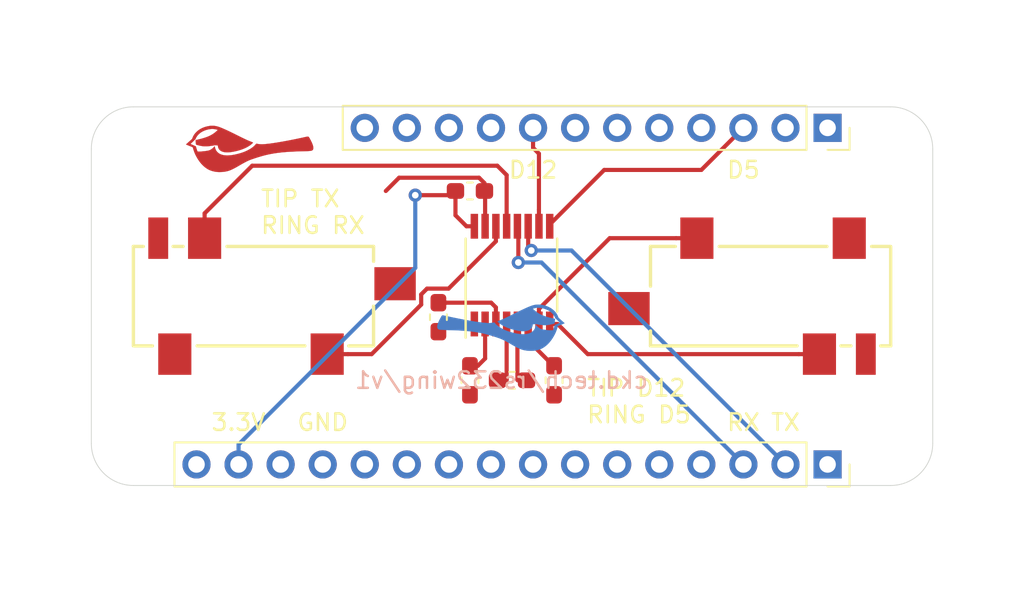
<source format=kicad_pcb>
(kicad_pcb (version 20171130) (host pcbnew "(5.1.5-0-10_14)")

  (general
    (thickness 1.6)
    (drawings 17)
    (tracks 74)
    (zones 0)
    (modules 16)
    (nets 43)
  )

  (page A4)
  (layers
    (0 F.Cu signal)
    (31 B.Cu signal)
    (32 B.Adhes user)
    (33 F.Adhes user)
    (34 B.Paste user)
    (35 F.Paste user)
    (36 B.SilkS user)
    (37 F.SilkS user)
    (38 B.Mask user)
    (39 F.Mask user)
    (40 Dwgs.User user)
    (41 Cmts.User user)
    (42 Eco1.User user)
    (43 Eco2.User user)
    (44 Edge.Cuts user)
    (45 Margin user)
    (46 B.CrtYd user)
    (47 F.CrtYd user)
    (48 B.Fab user)
    (49 F.Fab user)
  )

  (setup
    (last_trace_width 0.25)
    (trace_clearance 0.2)
    (zone_clearance 0.508)
    (zone_45_only no)
    (trace_min 0.2)
    (via_size 0.8)
    (via_drill 0.4)
    (via_min_size 0.4)
    (via_min_drill 0.3)
    (uvia_size 0.3)
    (uvia_drill 0.1)
    (uvias_allowed no)
    (uvia_min_size 0.2)
    (uvia_min_drill 0.1)
    (edge_width 0.05)
    (segment_width 0.2)
    (pcb_text_width 0.3)
    (pcb_text_size 1.5 1.5)
    (mod_edge_width 0.12)
    (mod_text_size 1 1)
    (mod_text_width 0.15)
    (pad_size 1.524 1.524)
    (pad_drill 0.762)
    (pad_to_mask_clearance 0.051)
    (solder_mask_min_width 0.25)
    (aux_axis_origin 0 0)
    (visible_elements FFFFFF7F)
    (pcbplotparams
      (layerselection 0x010fc_ffffffff)
      (usegerberextensions false)
      (usegerberattributes false)
      (usegerberadvancedattributes false)
      (creategerberjobfile false)
      (excludeedgelayer true)
      (linewidth 0.100000)
      (plotframeref false)
      (viasonmask false)
      (mode 1)
      (useauxorigin false)
      (hpglpennumber 1)
      (hpglpenspeed 20)
      (hpglpendiameter 15.000000)
      (psnegative false)
      (psa4output false)
      (plotreference true)
      (plotvalue true)
      (plotinvisibletext false)
      (padsonsilk false)
      (subtractmaskfromsilk false)
      (outputformat 1)
      (mirror false)
      (drillshape 1)
      (scaleselection 1)
      (outputdirectory ""))
  )

  (net 0 "")
  (net 1 "Net-(C1-Pad2)")
  (net 2 "Net-(C1-Pad1)")
  (net 3 +3V3)
  (net 4 "Net-(C3-Pad2)")
  (net 5 "Net-(C3-Pad1)")
  (net 6 GND)
  (net 7 "Net-(C4-Pad1)")
  (net 8 "Net-(C5-Pad2)")
  (net 9 "Net-(J1-Pad16)")
  (net 10 "Net-(J1-Pad14)")
  (net 11 "Net-(J1-Pad12)")
  (net 12 "Net-(J1-Pad11)")
  (net 13 "Net-(J1-Pad10)")
  (net 14 "Net-(J1-Pad9)")
  (net 15 "Net-(J1-Pad8)")
  (net 16 "Net-(J1-Pad7)")
  (net 17 "Net-(J1-Pad6)")
  (net 18 "Net-(J1-Pad5)")
  (net 19 "Net-(J1-Pad4)")
  (net 20 /RX)
  (net 21 /TX)
  (net 22 "Net-(J1-Pad1)")
  (net 23 /T1)
  (net 24 "Net-(J2-PadTN)")
  (net 25 /R1)
  (net 26 "Net-(J2-PadRN)")
  (net 27 /T2)
  (net 28 "Net-(J3-PadTN)")
  (net 29 /R2)
  (net 30 "Net-(J3-PadRN)")
  (net 31 "Net-(J4-Pad12)")
  (net 32 "Net-(J4-Pad11)")
  (net 33 "Net-(J4-Pad10)")
  (net 34 "Net-(J4-Pad9)")
  (net 35 /D12)
  (net 36 "Net-(J4-Pad7)")
  (net 37 "Net-(J4-Pad6)")
  (net 38 "Net-(J4-Pad5)")
  (net 39 "Net-(J4-Pad4)")
  (net 40 /D5)
  (net 41 "Net-(J4-Pad2)")
  (net 42 "Net-(J4-Pad1)")

  (net_class Default "This is the default net class."
    (clearance 0.2)
    (trace_width 0.25)
    (via_dia 0.8)
    (via_drill 0.4)
    (uvia_dia 0.3)
    (uvia_drill 0.1)
    (add_net +3V3)
    (add_net /D12)
    (add_net /D5)
    (add_net /R1)
    (add_net /R2)
    (add_net /RX)
    (add_net /T1)
    (add_net /T2)
    (add_net /TX)
    (add_net GND)
    (add_net "Net-(C1-Pad1)")
    (add_net "Net-(C1-Pad2)")
    (add_net "Net-(C3-Pad1)")
    (add_net "Net-(C3-Pad2)")
    (add_net "Net-(C4-Pad1)")
    (add_net "Net-(C5-Pad2)")
    (add_net "Net-(J1-Pad1)")
    (add_net "Net-(J1-Pad10)")
    (add_net "Net-(J1-Pad11)")
    (add_net "Net-(J1-Pad12)")
    (add_net "Net-(J1-Pad14)")
    (add_net "Net-(J1-Pad16)")
    (add_net "Net-(J1-Pad4)")
    (add_net "Net-(J1-Pad5)")
    (add_net "Net-(J1-Pad6)")
    (add_net "Net-(J1-Pad7)")
    (add_net "Net-(J1-Pad8)")
    (add_net "Net-(J1-Pad9)")
    (add_net "Net-(J2-PadRN)")
    (add_net "Net-(J2-PadTN)")
    (add_net "Net-(J3-PadRN)")
    (add_net "Net-(J3-PadTN)")
    (add_net "Net-(J4-Pad1)")
    (add_net "Net-(J4-Pad10)")
    (add_net "Net-(J4-Pad11)")
    (add_net "Net-(J4-Pad12)")
    (add_net "Net-(J4-Pad2)")
    (add_net "Net-(J4-Pad4)")
    (add_net "Net-(J4-Pad5)")
    (add_net "Net-(J4-Pad6)")
    (add_net "Net-(J4-Pad7)")
    (add_net "Net-(J4-Pad9)")
  )

  (module chickadee:chickadee_3mm_fcu (layer B.Cu) (tedit 0) (tstamp 5DF262FB)
    (at 132.715 113.665 180)
    (fp_text reference G*** (at 0 0) (layer B.SilkS) hide
      (effects (font (size 1.524 1.524) (thickness 0.3)) (justify mirror))
    )
    (fp_text value "Chickadee 3mm" (at 0.75 0) (layer B.SilkS) hide
      (effects (font (size 1.524 1.524) (thickness 0.3)) (justify mirror))
    )
    (fp_poly (pts (xy -2.158969 1.476897) (xy -2.121134 1.475122) (xy -2.085237 1.47205) (xy -2.049588 1.467549)
      (xy -2.012501 1.461488) (xy -1.987463 1.456774) (xy -1.950495 1.449127) (xy -1.91523 1.440944)
      (xy -1.880622 1.431892) (xy -1.845624 1.421636) (xy -1.809191 1.409844) (xy -1.770278 1.396182)
      (xy -1.727839 1.380316) (xy -1.680827 1.361912) (xy -1.645263 1.347594) (xy -1.598042 1.328195)
      (xy -1.550102 1.308057) (xy -1.501041 1.286989) (xy -1.450453 1.264801) (xy -1.397934 1.241305)
      (xy -1.343079 1.216311) (xy -1.285486 1.189628) (xy -1.224749 1.161068) (xy -1.160464 1.130441)
      (xy -1.092227 1.097558) (xy -1.019635 1.062228) (xy -0.942281 1.024263) (xy -0.859764 0.983472)
      (xy -0.771677 0.939667) (xy -0.713915 0.910823) (xy -0.632201 0.870036) (xy -0.556268 0.832302)
      (xy -0.485642 0.797404) (xy -0.419851 0.765125) (xy -0.358423 0.735248) (xy -0.300885 0.707556)
      (xy -0.246765 0.681833) (xy -0.195591 0.657862) (xy -0.146889 0.635425) (xy -0.100189 0.614305)
      (xy -0.055018 0.594286) (xy -0.010903 0.575152) (xy 0.032629 0.556684) (xy 0.076049 0.538666)
      (xy 0.119829 0.520881) (xy 0.164443 0.503112) (xy 0.210363 0.485143) (xy 0.227542 0.478491)
      (xy 0.251524 0.469207) (xy 0.273788 0.460545) (xy 0.293348 0.452891) (xy 0.309219 0.446634)
      (xy 0.320414 0.44216) (xy 0.325784 0.43993) (xy 0.335832 0.435427) (xy 0.320698 0.416151)
      (xy 0.308889 0.402098) (xy 0.29292 0.384518) (xy 0.273921 0.364551) (xy 0.253023 0.343337)
      (xy 0.231357 0.322014) (xy 0.210055 0.301723) (xy 0.190246 0.283603) (xy 0.181681 0.27608)
      (xy 0.106102 0.214961) (xy 0.024352 0.156762) (xy -0.063253 0.101625) (xy -0.156399 0.049694)
      (xy -0.254769 0.001114) (xy -0.358048 -0.043973) (xy -0.465921 -0.085422) (xy -0.578072 -0.123091)
      (xy -0.694186 -0.156835) (xy -0.813946 -0.18651) (xy -0.853722 -0.195281) (xy -0.912747 -0.207567)
      (xy -0.966586 -0.218013) (xy -1.016795 -0.226877) (xy -1.064926 -0.234413) (xy -1.112531 -0.240877)
      (xy -1.161165 -0.246526) (xy -1.171222 -0.247588) (xy -1.191268 -0.249185) (xy -1.216488 -0.250438)
      (xy -1.245561 -0.251348) (xy -1.277167 -0.251913) (xy -1.309986 -0.252134) (xy -1.342697 -0.252011)
      (xy -1.37398 -0.251543) (xy -1.402515 -0.25073) (xy -1.426981 -0.249572) (xy -1.446059 -0.248069)
      (xy -1.449917 -0.247629) (xy -1.520413 -0.236359) (xy -1.585332 -0.220777) (xy -1.644686 -0.200875)
      (xy -1.698489 -0.176642) (xy -1.746754 -0.148071) (xy -1.789494 -0.115152) (xy -1.826725 -0.077875)
      (xy -1.858458 -0.036233) (xy -1.884708 0.009784) (xy -1.904186 0.056444) (xy -1.913436 0.084664)
      (xy -1.92005 0.11021) (xy -1.924389 0.13533) (xy -1.926811 0.162274) (xy -1.927677 0.19329)
      (xy -1.927689 0.20331) (xy -1.927494 0.260217) (xy -1.950459 0.26257) (xy -1.973423 0.264922)
      (xy -2.023181 0.23099) (xy -2.022739 0.181641) (xy -2.018754 0.12341) (xy -2.007973 0.066659)
      (xy -1.990573 0.011805) (xy -1.966733 -0.040732) (xy -1.936631 -0.090536) (xy -1.900446 -0.137188)
      (xy -1.875226 -0.164155) (xy -1.83459 -0.201) (xy -1.79086 -0.233371) (xy -1.743528 -0.261491)
      (xy -1.692089 -0.285584) (xy -1.636034 -0.305873) (xy -1.574857 -0.322584) (xy -1.508052 -0.335938)
      (xy -1.474611 -0.341113) (xy -1.453545 -0.343389) (xy -1.426697 -0.345185) (xy -1.395325 -0.3465)
      (xy -1.360685 -0.347334) (xy -1.324034 -0.347688) (xy -1.286631 -0.347562) (xy -1.249731 -0.346956)
      (xy -1.214593 -0.34587) (xy -1.182474 -0.344303) (xy -1.15463 -0.342257) (xy -1.143 -0.341088)
      (xy -1.028753 -0.325915) (xy -0.913621 -0.306055) (xy -0.798476 -0.28177) (xy -0.684191 -0.253321)
      (xy -0.571641 -0.220969) (xy -0.461697 -0.184975) (xy -0.355234 -0.1456) (xy -0.253124 -0.103106)
      (xy -0.15624 -0.057754) (xy -0.101392 -0.029498) (xy -0.018282 0.017249) (xy 0.060658 0.066369)
      (xy 0.134981 0.117513) (xy 0.204241 0.170332) (xy 0.267993 0.224478) (xy 0.325791 0.279603)
      (xy 0.377188 0.335357) (xy 0.39888 0.36152) (xy 0.413589 0.379428) (xy 0.424647 0.391741)
      (xy 0.432321 0.398733) (xy 0.436878 0.400678) (xy 0.437106 0.400627) (xy 0.451682 0.396988)
      (xy 0.472129 0.392861) (xy 0.497296 0.388412) (xy 0.526029 0.383807) (xy 0.557174 0.379213)
      (xy 0.589579 0.374796) (xy 0.622091 0.370724) (xy 0.653556 0.367163) (xy 0.682821 0.36428)
      (xy 0.696736 0.363107) (xy 0.726996 0.36137) (xy 0.760509 0.360689) (xy 0.797721 0.361091)
      (xy 0.839075 0.362602) (xy 0.885017 0.36525) (xy 0.935991 0.369062) (xy 0.992441 0.374063)
      (xy 1.054812 0.380281) (xy 1.123548 0.387744) (xy 1.144764 0.390147) (xy 1.242696 0.401961)
      (xy 1.34711 0.415747) (xy 1.457726 0.431456) (xy 1.574267 0.449038) (xy 1.696454 0.468441)
      (xy 1.824011 0.489614) (xy 1.956657 0.512508) (xy 2.094117 0.537072) (xy 2.23611 0.563254)
      (xy 2.38236 0.591005) (xy 2.532588 0.620273) (xy 2.686517 0.651009) (xy 2.843867 0.68316)
      (xy 3.004361 0.716678) (xy 3.167721 0.751511) (xy 3.333669 0.787608) (xy 3.361972 0.793834)
      (xy 3.393505 0.800732) (xy 3.423573 0.807213) (xy 3.451326 0.813101) (xy 3.475913 0.81822)
      (xy 3.496484 0.822393) (xy 3.512186 0.825444) (xy 3.52217 0.827196) (xy 3.52425 0.82748)
      (xy 3.551629 0.827397) (xy 3.580597 0.821802) (xy 3.609337 0.81136) (xy 3.636032 0.796737)
      (xy 3.658863 0.7786) (xy 3.659577 0.777903) (xy 3.670334 0.765542) (xy 3.683559 0.747416)
      (xy 3.698873 0.724218) (xy 3.715898 0.696638) (xy 3.734253 0.665367) (xy 3.753562 0.631098)
      (xy 3.773444 0.594521) (xy 3.793521 0.556329) (xy 3.813415 0.517211) (xy 3.832747 0.477861)
      (xy 3.851137 0.438969) (xy 3.868208 0.401226) (xy 3.876938 0.381112) (xy 3.904418 0.312172)
      (xy 3.926295 0.247247) (xy 3.942564 0.186369) (xy 3.95322 0.129572) (xy 3.958258 0.076888)
      (xy 3.957674 0.02835) (xy 3.951462 -0.016008) (xy 3.940303 -0.054355) (xy 3.930721 -0.074617)
      (xy 3.917158 -0.09653) (xy 3.901359 -0.117628) (xy 3.885072 -0.135441) (xy 3.879089 -0.14086)
      (xy 3.8637 -0.152771) (xy 3.847081 -0.163287) (xy 3.828689 -0.172518) (xy 3.807978 -0.180574)
      (xy 3.784406 -0.187565) (xy 3.757427 -0.193602) (xy 3.726498 -0.198794) (xy 3.691074 -0.203252)
      (xy 3.650612 -0.207086) (xy 3.604567 -0.210405) (xy 3.552396 -0.213321) (xy 3.511903 -0.215182)
      (xy 3.492132 -0.215961) (xy 3.466304 -0.216876) (xy 3.435416 -0.217897) (xy 3.400464 -0.218994)
      (xy 3.362446 -0.220137) (xy 3.322357 -0.221294) (xy 3.281195 -0.222437) (xy 3.239956 -0.223534)
      (xy 3.219097 -0.22407) (xy 3.113132 -0.226865) (xy 3.013623 -0.229728) (xy 2.919971 -0.232688)
      (xy 2.831576 -0.235774) (xy 2.74784 -0.239016) (xy 2.668162 -0.242444) (xy 2.591944 -0.246086)
      (xy 2.518587 -0.249972) (xy 2.447491 -0.254132) (xy 2.378056 -0.258595) (xy 2.309683 -0.26339)
      (xy 2.241774 -0.268548) (xy 2.173729 -0.274096) (xy 2.137833 -0.277168) (xy 1.985425 -0.291484)
      (xy 1.838916 -0.307501) (xy 1.697314 -0.325426) (xy 1.559629 -0.345462) (xy 1.424869 -0.367813)
      (xy 1.292042 -0.392686) (xy 1.160156 -0.420283) (xy 1.028221 -0.450811) (xy 0.895244 -0.484473)
      (xy 0.760234 -0.521474) (xy 0.622199 -0.562018) (xy 0.480149 -0.606311) (xy 0.372181 -0.641516)
      (xy 0.315529 -0.660415) (xy 0.263101 -0.678181) (xy 0.214324 -0.695079) (xy 0.168627 -0.711377)
      (xy 0.125437 -0.72734) (xy 0.084184 -0.743235) (xy 0.044295 -0.759327) (xy 0.005199 -0.775884)
      (xy -0.033675 -0.79317) (xy -0.072901 -0.811452) (xy -0.113048 -0.830997) (xy -0.15469 -0.852071)
      (xy -0.198398 -0.874939) (xy -0.244743 -0.899869) (xy -0.294297 -0.927125) (xy -0.347632 -0.956975)
      (xy -0.40532 -0.989684) (xy -0.467932 -1.025519) (xy -0.532694 -1.062815) (xy -0.582887 -1.091743)
      (xy -0.627657 -1.11745) (xy -0.667661 -1.140298) (xy -0.703555 -1.160648) (xy -0.735994 -1.178863)
      (xy -0.765635 -1.195303) (xy -0.793134 -1.21033) (xy -0.819147 -1.224307) (xy -0.84433 -1.237594)
      (xy -0.869338 -1.250554) (xy -0.894828 -1.263549) (xy -0.917222 -1.27482) (xy -0.982539 -1.306741)
      (xy -1.043326 -1.334702) (xy -1.100631 -1.359064) (xy -1.155499 -1.380188) (xy -1.208978 -1.398436)
      (xy -1.262115 -1.414169) (xy -1.315957 -1.427748) (xy -1.371551 -1.439537) (xy -1.419025 -1.448094)
      (xy -1.478301 -1.457475) (xy -1.532886 -1.464849) (xy -1.584804 -1.470377) (xy -1.636074 -1.474223)
      (xy -1.688721 -1.47655) (xy -1.744766 -1.477522) (xy -1.783292 -1.477509) (xy -1.80988 -1.477309)
      (xy -1.834924 -1.477051) (xy -1.85733 -1.476751) (xy -1.876003 -1.476426) (xy -1.889851 -1.476092)
      (xy -1.897777 -1.475767) (xy -1.897944 -1.475755) (xy -1.988991 -1.46674) (xy -2.0788 -1.453096)
      (xy -2.166515 -1.435042) (xy -2.251282 -1.412798) (xy -2.332244 -1.386583) (xy -2.408545 -1.356619)
      (xy -2.466209 -1.329817) (xy -2.552043 -1.282919) (xy -2.63567 -1.229377) (xy -2.717012 -1.169273)
      (xy -2.795994 -1.10269) (xy -2.872539 -1.029708) (xy -2.946571 -0.950411) (xy -3.018015 -0.864879)
      (xy -3.086793 -0.773196) (xy -3.152829 -0.675442) (xy -3.216048 -0.571701) (xy -3.276373 -0.462053)
      (xy -3.2807 -0.453746) (xy -3.317707 -0.378734) (xy -3.352221 -0.300989) (xy -3.3846 -0.21958)
      (xy -3.415202 -0.133574) (xy -3.444388 -0.042039) (xy -3.46089 0.014242) (xy -3.468457 0.040831)
      (xy -3.714194 0.139956) (xy -3.753671 0.155931) (xy -3.791187 0.171209) (xy -3.826234 0.185578)
      (xy -3.858306 0.198827) (xy -3.886898 0.210743) (xy -3.911502 0.221113) (xy -3.931612 0.229726)
      (xy -3.946722 0.23637) (xy -3.956326 0.240832) (xy -3.959917 0.242899) (xy -3.959931 0.242945)
      (xy -3.957356 0.245822) (xy -3.949885 0.253035) (xy -3.937902 0.264238) (xy -3.921787 0.279083)
      (xy -3.901922 0.297224) (xy -3.87869 0.318314) (xy -3.852471 0.342006) (xy -3.823649 0.367952)
      (xy -3.792605 0.395807) (xy -3.75972 0.425222) (xy -3.734153 0.448034) (xy -3.508375 0.649259)
      (xy -3.493997 0.688978) (xy -3.465662 0.759052) (xy -3.432414 0.825955) (xy -3.393848 0.890293)
      (xy -3.349555 0.952676) (xy -3.29913 1.013713) (xy -3.242165 1.07401) (xy -3.225776 1.090083)
      (xy -3.158462 1.150261) (xy -3.08587 1.205941) (xy -3.008266 1.25699) (xy -2.925914 1.303278)
      (xy -2.839079 1.34467) (xy -2.748026 1.381036) (xy -2.653021 1.412242) (xy -2.554329 1.438158)
      (xy -2.50825 1.448166) (xy -2.463853 1.456803) (xy -2.424131 1.463573) (xy -2.387021 1.468705)
      (xy -2.35046 1.472428) (xy -2.312386 1.474971) (xy -2.270735 1.476561) (xy -2.247194 1.477084)
      (xy -2.200426 1.477507) (xy -2.158969 1.476897)) (layer B.Mask) (width 0.01))
    (fp_poly (pts (xy -2.190577 1.394931) (xy -2.158906 1.394428) (xy -2.131275 1.393379) (xy -2.106176 1.39166)
      (xy -2.082107 1.389149) (xy -2.057561 1.385724) (xy -2.031033 1.38126) (xy -2.009069 1.377185)
      (xy -1.950214 1.364422) (xy -1.889117 1.348355) (xy -1.828664 1.329818) (xy -1.77174 1.309646)
      (xy -1.760361 1.305223) (xy -1.717183 1.28803) (xy -1.674808 1.270892) (xy -1.63285 1.25363)
      (xy -1.59092 1.236063) (xy -1.548631 1.218011) (xy -1.505596 1.199293) (xy -1.461427 1.179729)
      (xy -1.415735 1.159138) (xy -1.368134 1.137341) (xy -1.318236 1.114156) (xy -1.265653 1.089403)
      (xy -1.209997 1.062901) (xy -1.150882 1.034472) (xy -1.087918 1.003933) (xy -1.02072 0.971104)
      (xy -0.948898 0.935806) (xy -0.872065 0.897857) (xy -0.789834 0.857077) (xy -0.701817 0.813286)
      (xy -0.679097 0.801963) (xy -0.600817 0.763019) (xy -0.528298 0.72712) (xy -0.461051 0.694039)
      (xy -0.398585 0.663552) (xy -0.340411 0.635433) (xy -0.286038 0.609455) (xy -0.234976 0.585394)
      (xy -0.186735 0.563022) (xy -0.140825 0.542115) (xy -0.096756 0.522447) (xy -0.054038 0.503792)
      (xy -0.012181 0.485924) (xy 0.029306 0.468618) (xy 0.070912 0.451647) (xy 0.113128 0.434787)
      (xy 0.146403 0.421719) (xy 0.169926 0.412482) (xy 0.191319 0.403963) (xy 0.209688 0.396527)
      (xy 0.224143 0.39054) (xy 0.233791 0.386365) (xy 0.237732 0.384376) (xy 0.237199 0.380281)
      (xy 0.231987 0.372263) (xy 0.222739 0.361032) (xy 0.2101 0.347296) (xy 0.194712 0.331764)
      (xy 0.177219 0.315145) (xy 0.164178 0.303343) (xy 0.096199 0.247242) (xy 0.021764 0.193747)
      (xy -0.059006 0.142914) (xy -0.145989 0.0948) (xy -0.239062 0.049462) (xy -0.338103 0.006957)
      (xy -0.442991 -0.032658) (xy -0.553602 -0.069327) (xy -0.669815 -0.102992) (xy -0.756708 -0.125296)
      (xy -0.857303 -0.148538) (xy -0.952291 -0.167867) (xy -1.041919 -0.183303) (xy -1.126439 -0.194868)
      (xy -1.206099 -0.20258) (xy -1.281149 -0.206462) (xy -1.351837 -0.206535) (xy -1.418413 -0.202818)
      (xy -1.481126 -0.195332) (xy -1.518918 -0.18866) (xy -1.57955 -0.173748) (xy -1.634906 -0.154367)
      (xy -1.684914 -0.13059) (xy -1.729501 -0.102491) (xy -1.768596 -0.070142) (xy -1.802127 -0.033617)
      (xy -1.830021 0.007012) (xy -1.852205 0.051671) (xy -1.868608 0.100287) (xy -1.879158 0.152786)
      (xy -1.882097 0.17906) (xy -1.882915 0.190167) (xy -1.883851 0.198302) (xy -1.885889 0.204006)
      (xy -1.890009 0.207822) (xy -1.897194 0.21029) (xy -1.908425 0.211954) (xy -1.924685 0.213354)
      (xy -1.946955 0.215033) (xy -1.947333 0.215063) (xy -1.974885 0.21729) (xy -1.996056 0.219184)
      (xy -2.011509 0.220834) (xy -2.021906 0.222327) (xy -2.02791 0.223751) (xy -2.030183 0.225193)
      (xy -2.030082 0.226026) (xy -2.032027 0.227335) (xy -2.038861 0.22756) (xy -2.048532 0.226886)
      (xy -2.05899 0.225503) (xy -2.068183 0.223597) (xy -2.072569 0.222141) (xy -2.078077 0.220624)
      (xy -2.089384 0.218164) (xy -2.105331 0.214992) (xy -2.124759 0.211335) (xy -2.146511 0.207422)
      (xy -2.151944 0.206471) (xy -2.23343 0.192964) (xy -2.310846 0.181591) (xy -2.386734 0.172013)
      (xy -2.463633 0.163891) (xy -2.487083 0.161706) (xy -2.509513 0.160112) (xy -2.536719 0.158879)
      (xy -2.567348 0.158007) (xy -2.600049 0.157496) (xy -2.633471 0.157348) (xy -2.666262 0.157562)
      (xy -2.69707 0.158139) (xy -2.724545 0.15908) (xy -2.747334 0.160385) (xy -2.760486 0.161598)
      (xy -2.833314 0.171253) (xy -2.904171 0.18314) (xy -2.974932 0.197651) (xy -3.047473 0.215178)
      (xy -3.123669 0.23611) (xy -3.139143 0.240632) (xy -3.161757 0.247425) (xy -3.178423 0.252778)
      (xy -3.190018 0.257041) (xy -3.197422 0.260562) (xy -3.20151 0.263691) (xy -3.202943 0.266032)
      (xy -3.203909 0.271145) (xy -3.205491 0.282439) (xy -3.20759 0.299075) (xy -3.210105 0.320217)
      (xy -3.212937 0.345025) (xy -3.215987 0.372662) (xy -3.219082 0.401608) (xy -3.222679 0.435601)
      (xy -3.225565 0.463243) (xy -3.227688 0.485209) (xy -3.228999 0.50217) (xy -3.229447 0.514802)
      (xy -3.228982 0.523777) (xy -3.227553 0.52977) (xy -3.22511 0.533453) (xy -3.221603 0.535501)
      (xy -3.216982 0.536587) (xy -3.211195 0.537385) (xy -3.208909 0.537717) (xy -3.197663 0.539746)
      (xy -3.180611 0.543203) (xy -3.158807 0.547849) (xy -3.1333 0.553445) (xy -3.105142 0.559751)
      (xy -3.075385 0.566529) (xy -3.045079 0.573539) (xy -3.015275 0.580543) (xy -2.987025 0.5873)
      (xy -2.96138 0.593573) (xy -2.942167 0.598407) (xy -2.839538 0.625766) (xy -2.743547 0.653603)
      (xy -2.653787 0.682055) (xy -2.569847 0.711258) (xy -2.49132 0.74135) (xy -2.417797 0.772466)
      (xy -2.405944 0.777787) (xy -2.33527 0.81224) (xy -2.2633 0.851978) (xy -2.191754 0.895908)
      (xy -2.122352 0.942934) (xy -2.05681 0.991963) (xy -2.012597 1.028214) (xy -1.994935 1.043577)
      (xy -1.976602 1.059988) (xy -1.958316 1.076756) (xy -1.940794 1.09319) (xy -1.924751 1.108599)
      (xy -1.910905 1.122291) (xy -1.899973 1.133576) (xy -1.892671 1.141762) (xy -1.889717 1.146159)
      (xy -1.889781 1.146632) (xy -1.895886 1.149881) (xy -1.907863 1.154203) (xy -1.924653 1.159337)
      (xy -1.945199 1.16502) (xy -1.968444 1.170989) (xy -1.99333 1.176981) (xy -2.018801 1.182735)
      (xy -2.043799 1.187987) (xy -2.067268 1.192474) (xy -2.088148 1.195935) (xy -2.088444 1.195979)
      (xy -2.143487 1.202523) (xy -2.197821 1.205577) (xy -2.252961 1.205107) (xy -2.310419 1.201077)
      (xy -2.371711 1.193452) (xy -2.401539 1.188739) (xy -2.494796 1.17015) (xy -2.584229 1.146293)
      (xy -2.669623 1.117275) (xy -2.750766 1.083203) (xy -2.827443 1.044182) (xy -2.899442 1.000319)
      (xy -2.966549 0.95172) (xy -3.028551 0.898491) (xy -3.072051 0.855085) (xy -3.114426 0.806444)
      (xy -3.152464 0.755667) (xy -3.185507 0.70377) (xy -3.212895 0.65177) (xy -3.230344 0.610645)
      (xy -3.23532 0.598231) (xy -3.239944 0.588063) (xy -3.243211 0.582348) (xy -3.246468 0.579042)
      (xy -3.254369 0.57133) (xy -3.266439 0.559666) (xy -3.282207 0.544504) (xy -3.301199 0.526296)
      (xy -3.322943 0.505496) (xy -3.346966 0.482558) (xy -3.372795 0.457935) (xy -3.391958 0.439691)
      (xy -3.418659 0.414263) (xy -3.443792 0.390288) (xy -3.466896 0.368206) (xy -3.487514 0.34846)
      (xy -3.505187 0.331487) (xy -3.519455 0.31773) (xy -3.529861 0.307629) (xy -3.535945 0.301624)
      (xy -3.537393 0.300078) (xy -3.534428 0.298301) (xy -3.525616 0.293948) (xy -3.511564 0.287299)
      (xy -3.492877 0.278632) (xy -3.470164 0.268227) (xy -3.444028 0.256363) (xy -3.415077 0.243317)
      (xy -3.383917 0.22937) (xy -3.376532 0.226077) (xy -3.214874 0.154058) (xy -3.198019 0.093786)
      (xy -3.189906 0.065801) (xy -3.180059 0.033466) (xy -3.169084 -0.001347) (xy -3.157589 -0.036762)
      (xy -3.146183 -0.070907) (xy -3.135473 -0.101907) (xy -3.126489 -0.126757) (xy -3.121041 -0.140443)
      (xy -3.116521 -0.148917) (xy -3.111864 -0.153733) (xy -3.10617 -0.156392) (xy -3.098868 -0.157558)
      (xy -3.085547 -0.158496) (xy -3.06724 -0.159209) (xy -3.04498 -0.159697) (xy -3.019799 -0.159965)
      (xy -2.992731 -0.160013) (xy -2.964808 -0.159845) (xy -2.937063 -0.159461) (xy -2.910528 -0.158866)
      (xy -2.886237 -0.15806) (xy -2.865223 -0.157046) (xy -2.848681 -0.155841) (xy -2.685739 -0.138212)
      (xy -2.585861 -0.124838) (xy -2.543141 -0.1184) (xy -2.506322 -0.1121) (xy -2.474266 -0.105624)
      (xy -2.445833 -0.098661) (xy -2.419884 -0.090899) (xy -2.395279 -0.082025) (xy -2.370878 -0.071727)
      (xy -2.345543 -0.059694) (xy -2.342444 -0.058147) (xy -2.286885 -0.026813) (xy -2.232336 0.010789)
      (xy -2.179767 0.053872) (xy -2.130148 0.101647) (xy -2.089686 0.146958) (xy -2.071653 0.168681)
      (xy -2.069252 0.143431) (xy -2.062225 0.096009) (xy -2.050319 0.046832) (xy -2.034198 -0.002224)
      (xy -2.014523 -0.049282) (xy -1.991958 -0.092463) (xy -1.978281 -0.114289) (xy -1.94066 -0.164006)
      (xy -1.897859 -0.209003) (xy -1.849963 -0.249251) (xy -1.797063 -0.284723) (xy -1.739243 -0.315389)
      (xy -1.676594 -0.341223) (xy -1.609201 -0.362197) (xy -1.537152 -0.378282) (xy -1.460535 -0.389451)
      (xy -1.379438 -0.395676) (xy -1.293947 -0.396929) (xy -1.204152 -0.393182) (xy -1.125361 -0.386139)
      (xy -1.052218 -0.376822) (xy -0.974125 -0.364509) (xy -0.892379 -0.349481) (xy -0.808276 -0.332024)
      (xy -0.723113 -0.312418) (xy -0.638187 -0.290949) (xy -0.554795 -0.267899) (xy -0.478014 -0.244745)
      (xy -0.38054 -0.212112) (xy -0.286214 -0.17667) (xy -0.195387 -0.138629) (xy -0.108408 -0.098203)
      (xy -0.025628 -0.0556) (xy 0.052604 -0.011034) (xy 0.125937 0.035286) (xy 0.194021 0.083147)
      (xy 0.256506 0.132339) (xy 0.313041 0.18265) (xy 0.363278 0.233869) (xy 0.406865 0.285785)
      (xy 0.411516 0.291897) (xy 0.421132 0.304324) (xy 0.427892 0.311896) (xy 0.432929 0.315578)
      (xy 0.437377 0.316336) (xy 0.439726 0.315921) (xy 0.459163 0.311612) (xy 0.48424 0.30693)
      (xy 0.513568 0.302078) (xy 0.545757 0.297263) (xy 0.579415 0.292687) (xy 0.613152 0.288557)
      (xy 0.645578 0.285077) (xy 0.656167 0.284068) (xy 0.687905 0.281538) (xy 0.719888 0.279816)
      (xy 0.752791 0.278933) (xy 0.78729 0.27892) (xy 0.82406 0.279806) (xy 0.863775 0.281623)
      (xy 0.907113 0.284401) (xy 0.954746 0.288171) (xy 1.007352 0.292963) (xy 1.065605 0.298808)
      (xy 1.127125 0.3054) (xy 1.216165 0.315763) (xy 1.311639 0.327982) (xy 1.413193 0.341993)
      (xy 1.520469 0.357731) (xy 1.633115 0.375132) (xy 1.750774 0.394133) (xy 1.873091 0.414668)
      (xy 1.999712 0.436674) (xy 2.13028 0.460086) (xy 2.264441 0.48484) (xy 2.40184 0.510872)
      (xy 2.542121 0.538118) (xy 2.68493 0.566514) (xy 2.829911 0.595994) (xy 2.976709 0.626495)
      (xy 3.124969 0.657954) (xy 3.274335 0.690304) (xy 3.361972 0.709592) (xy 3.406466 0.719446)
      (xy 3.444684 0.727733) (xy 3.477258 0.73432) (xy 3.504823 0.739072) (xy 3.528011 0.741854)
      (xy 3.547455 0.742532) (xy 3.563788 0.740972) (xy 3.577642 0.737038) (xy 3.589652 0.730596)
      (xy 3.600449 0.721512) (xy 3.610667 0.709652) (xy 3.620938 0.69488) (xy 3.631896 0.677062)
      (xy 3.644174 0.656064) (xy 3.648453 0.648705) (xy 3.685722 0.582928) (xy 3.720654 0.517678)
      (xy 3.752855 0.453786) (xy 3.781929 0.392085) (xy 3.807481 0.333406) (xy 3.829117 0.278581)
      (xy 3.842982 0.239141) (xy 3.858442 0.186728) (xy 3.869158 0.137816) (xy 3.875158 0.092633)
      (xy 3.876469 0.051406) (xy 3.873119 0.014365) (xy 3.865134 -0.018262) (xy 3.852543 -0.046247)
      (xy 3.835372 -0.069362) (xy 3.813649 -0.087378) (xy 3.803124 -0.093395) (xy 3.792991 -0.098154)
      (xy 3.781941 -0.102524) (xy 3.769615 -0.106533) (xy 3.755657 -0.110209) (xy 3.739709 -0.113581)
      (xy 3.721413 -0.116677) (xy 3.700414 -0.119524) (xy 3.676352 -0.122152) (xy 3.648872 -0.124587)
      (xy 3.617615 -0.126859) (xy 3.582225 -0.128995) (xy 3.542343 -0.131023) (xy 3.497613 -0.132973)
      (xy 3.447677 -0.134871) (xy 3.392178 -0.136746) (xy 3.330759 -0.138626) (xy 3.263062 -0.14054)
      (xy 3.188731 -0.142515) (xy 3.175 -0.142869) (xy 3.052923 -0.146207) (xy 2.937344 -0.149786)
      (xy 2.827707 -0.153639) (xy 2.723456 -0.157794) (xy 2.624037 -0.162284) (xy 2.528895 -0.167138)
      (xy 2.437474 -0.172388) (xy 2.349219 -0.178064) (xy 2.263574 -0.184196) (xy 2.179985 -0.190816)
      (xy 2.097897 -0.197954) (xy 2.016754 -0.20564) (xy 1.989667 -0.208345) (xy 1.860967 -0.222177)
      (xy 1.736502 -0.237273) (xy 1.615523 -0.253805) (xy 1.497281 -0.271941) (xy 1.381028 -0.291851)
      (xy 1.266016 -0.313705) (xy 1.151496 -0.337671) (xy 1.036721 -0.36392) (xy 0.920941 -0.39262)
      (xy 0.803408 -0.423942) (xy 0.683373 -0.458054) (xy 0.56009 -0.495127) (xy 0.432808 -0.535329)
      (xy 0.30078 -0.57883) (xy 0.195792 -0.614551) (xy 0.145932 -0.632059) (xy 0.0984 -0.649485)
      (xy 0.052527 -0.66715) (xy 0.007643 -0.685374) (xy -0.03692 -0.704476) (xy -0.081833 -0.724779)
      (xy -0.127765 -0.746601) (xy -0.175385 -0.770263) (xy -0.225363 -0.796085) (xy -0.278367 -0.824388)
      (xy -0.335068 -0.855492) (xy -0.396135 -0.889717) (xy -0.462237 -0.927384) (xy -0.483306 -0.939493)
      (xy -0.541927 -0.973223) (xy -0.594898 -1.003651) (xy -0.642666 -1.031025) (xy -0.685679 -1.055591)
      (xy -0.724384 -1.077596) (xy -0.759229 -1.097287) (xy -0.790662 -1.11491) (xy -0.81913 -1.130714)
      (xy -0.845081 -1.144944) (xy -0.868963 -1.157848) (xy -0.891223 -1.169672) (xy -0.912308 -1.180664)
      (xy -0.932668 -1.19107) (xy -0.952748 -1.201138) (xy -0.972997 -1.211113) (xy -0.993862 -1.221244)
      (xy -0.995694 -1.222128) (xy -1.063133 -1.253565) (xy -1.12675 -1.280819) (xy -1.187918 -1.304282)
      (xy -1.248008 -1.324345) (xy -1.308391 -1.341402) (xy -1.37044 -1.355844) (xy -1.435526 -1.368064)
      (xy -1.505022 -1.378454) (xy -1.569861 -1.386279) (xy -1.610848 -1.390039) (xy -1.656794 -1.392999)
      (xy -1.705642 -1.395105) (xy -1.755337 -1.396301) (xy -1.803821 -1.396532) (xy -1.849038 -1.395744)
      (xy -1.878542 -1.394508) (xy -1.958088 -1.387865) (xy -2.038544 -1.376743) (xy -2.118722 -1.361443)
      (xy -2.197433 -1.342263) (xy -2.273489 -1.319501) (xy -2.345702 -1.293456) (xy -2.412884 -1.264427)
      (xy -2.430992 -1.255625) (xy -2.511972 -1.211372) (xy -2.591194 -1.160408) (xy -2.668518 -1.102893)
      (xy -2.743805 -1.038983) (xy -2.816914 -0.968836) (xy -2.887705 -0.89261) (xy -2.95604 -0.810463)
      (xy -3.021777 -0.722552) (xy -3.084778 -0.629036) (xy -3.144903 -0.53007) (xy -3.202011 -0.425814)
      (xy -3.247103 -0.335201) (xy -3.265441 -0.295287) (xy -3.283063 -0.253922) (xy -3.300474 -0.209814)
      (xy -3.318181 -0.161672) (xy -3.33669 -0.108204) (xy -3.341035 -0.09525) (xy -3.348704 -0.071804)
      (xy -3.356807 -0.046214) (xy -3.364992 -0.019673) (xy -3.372907 0.006627) (xy -3.380199 0.031492)
      (xy -3.386515 0.053731) (xy -3.391504 0.072152) (xy -3.394813 0.08556) (xy -3.395622 0.089442)
      (xy -3.397791 0.101004) (xy -3.602405 0.183572) (xy -3.638385 0.198117) (xy -3.672393 0.211915)
      (xy -3.703868 0.224734) (xy -3.732252 0.236346) (xy -3.756986 0.24652) (xy -3.77751 0.255026)
      (xy -3.793266 0.261633) (xy -3.803693 0.266111) (xy -3.808232 0.268231) (xy -3.808381 0.268344)
      (xy -3.80604 0.270994) (xy -3.798838 0.27795) (xy -3.787188 0.288837) (xy -3.771505 0.303276)
      (xy -3.752203 0.320892) (xy -3.729696 0.341306) (xy -3.704399 0.364141) (xy -3.676726 0.389021)
      (xy -3.647091 0.415568) (xy -3.621714 0.438231) (xy -3.585698 0.47036) (xy -3.554584 0.498154)
      (xy -3.528002 0.521967) (xy -3.505585 0.542152) (xy -3.486962 0.559065) (xy -3.471765 0.573058)
      (xy -3.459624 0.584487) (xy -3.45017 0.593706) (xy -3.443035 0.601069) (xy -3.437848 0.606929)
      (xy -3.434241 0.611642) (xy -3.431844 0.615561) (xy -3.430288 0.619041) (xy -3.429205 0.622435)
      (xy -3.429021 0.623103) (xy -3.422612 0.643652) (xy -3.41351 0.668602) (xy -3.40244 0.696184)
      (xy -3.390126 0.724625) (xy -3.377295 0.752157) (xy -3.3707 0.765446) (xy -3.338251 0.823655)
      (xy -3.301023 0.87978) (xy -3.258334 0.934751) (xy -3.209501 0.989498) (xy -3.196358 1.003151)
      (xy -3.140849 1.05669) (xy -3.083569 1.105173) (xy -3.023315 1.149469) (xy -2.958883 1.190443)
      (xy -2.889069 1.228963) (xy -2.868083 1.23958) (xy -2.800029 1.271452) (xy -2.732015 1.299287)
      (xy -2.662813 1.323459) (xy -2.591193 1.344341) (xy -2.515928 1.362308) (xy -2.435788 1.377732)
      (xy -2.38932 1.385248) (xy -2.369484 1.388168) (xy -2.352156 1.390434) (xy -2.335939 1.39213)
      (xy -2.319438 1.393341) (xy -2.301258 1.394152) (xy -2.280002 1.394645) (xy -2.254276 1.394906)
      (xy -2.227792 1.395009) (xy -2.190577 1.394931)) (layer B.Cu) (width 0.01))
  )

  (module chickadee:chickadee_3mm_fcu (layer F.Cu) (tedit 0) (tstamp 5DF26234)
    (at 117.475 102.87)
    (fp_text reference G*** (at 0 0) (layer F.SilkS) hide
      (effects (font (size 1.524 1.524) (thickness 0.3)))
    )
    (fp_text value "Chickadee 3mm" (at 0.75 0) (layer F.SilkS) hide
      (effects (font (size 1.524 1.524) (thickness 0.3)))
    )
    (fp_poly (pts (xy -2.158969 -1.476897) (xy -2.121134 -1.475122) (xy -2.085237 -1.47205) (xy -2.049588 -1.467549)
      (xy -2.012501 -1.461488) (xy -1.987463 -1.456774) (xy -1.950495 -1.449127) (xy -1.91523 -1.440944)
      (xy -1.880622 -1.431892) (xy -1.845624 -1.421636) (xy -1.809191 -1.409844) (xy -1.770278 -1.396182)
      (xy -1.727839 -1.380316) (xy -1.680827 -1.361912) (xy -1.645263 -1.347594) (xy -1.598042 -1.328195)
      (xy -1.550102 -1.308057) (xy -1.501041 -1.286989) (xy -1.450453 -1.264801) (xy -1.397934 -1.241305)
      (xy -1.343079 -1.216311) (xy -1.285486 -1.189628) (xy -1.224749 -1.161068) (xy -1.160464 -1.130441)
      (xy -1.092227 -1.097558) (xy -1.019635 -1.062228) (xy -0.942281 -1.024263) (xy -0.859764 -0.983472)
      (xy -0.771677 -0.939667) (xy -0.713915 -0.910823) (xy -0.632201 -0.870036) (xy -0.556268 -0.832302)
      (xy -0.485642 -0.797404) (xy -0.419851 -0.765125) (xy -0.358423 -0.735248) (xy -0.300885 -0.707556)
      (xy -0.246765 -0.681833) (xy -0.195591 -0.657862) (xy -0.146889 -0.635425) (xy -0.100189 -0.614305)
      (xy -0.055018 -0.594286) (xy -0.010903 -0.575152) (xy 0.032629 -0.556684) (xy 0.076049 -0.538666)
      (xy 0.119829 -0.520881) (xy 0.164443 -0.503112) (xy 0.210363 -0.485143) (xy 0.227542 -0.478491)
      (xy 0.251524 -0.469207) (xy 0.273788 -0.460545) (xy 0.293348 -0.452891) (xy 0.309219 -0.446634)
      (xy 0.320414 -0.44216) (xy 0.325784 -0.43993) (xy 0.335832 -0.435427) (xy 0.320698 -0.416151)
      (xy 0.308889 -0.402098) (xy 0.29292 -0.384518) (xy 0.273921 -0.364551) (xy 0.253023 -0.343337)
      (xy 0.231357 -0.322014) (xy 0.210055 -0.301723) (xy 0.190246 -0.283603) (xy 0.181681 -0.27608)
      (xy 0.106102 -0.214961) (xy 0.024352 -0.156762) (xy -0.063253 -0.101625) (xy -0.156399 -0.049694)
      (xy -0.254769 -0.001114) (xy -0.358048 0.043973) (xy -0.465921 0.085422) (xy -0.578072 0.123091)
      (xy -0.694186 0.156835) (xy -0.813946 0.18651) (xy -0.853722 0.195281) (xy -0.912747 0.207567)
      (xy -0.966586 0.218013) (xy -1.016795 0.226877) (xy -1.064926 0.234413) (xy -1.112531 0.240877)
      (xy -1.161165 0.246526) (xy -1.171222 0.247588) (xy -1.191268 0.249185) (xy -1.216488 0.250438)
      (xy -1.245561 0.251348) (xy -1.277167 0.251913) (xy -1.309986 0.252134) (xy -1.342697 0.252011)
      (xy -1.37398 0.251543) (xy -1.402515 0.25073) (xy -1.426981 0.249572) (xy -1.446059 0.248069)
      (xy -1.449917 0.247629) (xy -1.520413 0.236359) (xy -1.585332 0.220777) (xy -1.644686 0.200875)
      (xy -1.698489 0.176642) (xy -1.746754 0.148071) (xy -1.789494 0.115152) (xy -1.826725 0.077875)
      (xy -1.858458 0.036233) (xy -1.884708 -0.009784) (xy -1.904186 -0.056444) (xy -1.913436 -0.084664)
      (xy -1.92005 -0.11021) (xy -1.924389 -0.13533) (xy -1.926811 -0.162274) (xy -1.927677 -0.19329)
      (xy -1.927689 -0.20331) (xy -1.927494 -0.260217) (xy -1.950459 -0.26257) (xy -1.973423 -0.264922)
      (xy -2.023181 -0.23099) (xy -2.022739 -0.181641) (xy -2.018754 -0.12341) (xy -2.007973 -0.066659)
      (xy -1.990573 -0.011805) (xy -1.966733 0.040732) (xy -1.936631 0.090536) (xy -1.900446 0.137188)
      (xy -1.875226 0.164155) (xy -1.83459 0.201) (xy -1.79086 0.233371) (xy -1.743528 0.261491)
      (xy -1.692089 0.285584) (xy -1.636034 0.305873) (xy -1.574857 0.322584) (xy -1.508052 0.335938)
      (xy -1.474611 0.341113) (xy -1.453545 0.343389) (xy -1.426697 0.345185) (xy -1.395325 0.3465)
      (xy -1.360685 0.347334) (xy -1.324034 0.347688) (xy -1.286631 0.347562) (xy -1.249731 0.346956)
      (xy -1.214593 0.34587) (xy -1.182474 0.344303) (xy -1.15463 0.342257) (xy -1.143 0.341088)
      (xy -1.028753 0.325915) (xy -0.913621 0.306055) (xy -0.798476 0.28177) (xy -0.684191 0.253321)
      (xy -0.571641 0.220969) (xy -0.461697 0.184975) (xy -0.355234 0.1456) (xy -0.253124 0.103106)
      (xy -0.15624 0.057754) (xy -0.101392 0.029498) (xy -0.018282 -0.017249) (xy 0.060658 -0.066369)
      (xy 0.134981 -0.117513) (xy 0.204241 -0.170332) (xy 0.267993 -0.224478) (xy 0.325791 -0.279603)
      (xy 0.377188 -0.335357) (xy 0.39888 -0.36152) (xy 0.413589 -0.379428) (xy 0.424647 -0.391741)
      (xy 0.432321 -0.398733) (xy 0.436878 -0.400678) (xy 0.437106 -0.400627) (xy 0.451682 -0.396988)
      (xy 0.472129 -0.392861) (xy 0.497296 -0.388412) (xy 0.526029 -0.383807) (xy 0.557174 -0.379213)
      (xy 0.589579 -0.374796) (xy 0.622091 -0.370724) (xy 0.653556 -0.367163) (xy 0.682821 -0.36428)
      (xy 0.696736 -0.363107) (xy 0.726996 -0.36137) (xy 0.760509 -0.360689) (xy 0.797721 -0.361091)
      (xy 0.839075 -0.362602) (xy 0.885017 -0.36525) (xy 0.935991 -0.369062) (xy 0.992441 -0.374063)
      (xy 1.054812 -0.380281) (xy 1.123548 -0.387744) (xy 1.144764 -0.390147) (xy 1.242696 -0.401961)
      (xy 1.34711 -0.415747) (xy 1.457726 -0.431456) (xy 1.574267 -0.449038) (xy 1.696454 -0.468441)
      (xy 1.824011 -0.489614) (xy 1.956657 -0.512508) (xy 2.094117 -0.537072) (xy 2.23611 -0.563254)
      (xy 2.38236 -0.591005) (xy 2.532588 -0.620273) (xy 2.686517 -0.651009) (xy 2.843867 -0.68316)
      (xy 3.004361 -0.716678) (xy 3.167721 -0.751511) (xy 3.333669 -0.787608) (xy 3.361972 -0.793834)
      (xy 3.393505 -0.800732) (xy 3.423573 -0.807213) (xy 3.451326 -0.813101) (xy 3.475913 -0.81822)
      (xy 3.496484 -0.822393) (xy 3.512186 -0.825444) (xy 3.52217 -0.827196) (xy 3.52425 -0.82748)
      (xy 3.551629 -0.827397) (xy 3.580597 -0.821802) (xy 3.609337 -0.81136) (xy 3.636032 -0.796737)
      (xy 3.658863 -0.7786) (xy 3.659577 -0.777903) (xy 3.670334 -0.765542) (xy 3.683559 -0.747416)
      (xy 3.698873 -0.724218) (xy 3.715898 -0.696638) (xy 3.734253 -0.665367) (xy 3.753562 -0.631098)
      (xy 3.773444 -0.594521) (xy 3.793521 -0.556329) (xy 3.813415 -0.517211) (xy 3.832747 -0.477861)
      (xy 3.851137 -0.438969) (xy 3.868208 -0.401226) (xy 3.876938 -0.381112) (xy 3.904418 -0.312172)
      (xy 3.926295 -0.247247) (xy 3.942564 -0.186369) (xy 3.95322 -0.129572) (xy 3.958258 -0.076888)
      (xy 3.957674 -0.02835) (xy 3.951462 0.016008) (xy 3.940303 0.054355) (xy 3.930721 0.074617)
      (xy 3.917158 0.09653) (xy 3.901359 0.117628) (xy 3.885072 0.135441) (xy 3.879089 0.14086)
      (xy 3.8637 0.152771) (xy 3.847081 0.163287) (xy 3.828689 0.172518) (xy 3.807978 0.180574)
      (xy 3.784406 0.187565) (xy 3.757427 0.193602) (xy 3.726498 0.198794) (xy 3.691074 0.203252)
      (xy 3.650612 0.207086) (xy 3.604567 0.210405) (xy 3.552396 0.213321) (xy 3.511903 0.215182)
      (xy 3.492132 0.215961) (xy 3.466304 0.216876) (xy 3.435416 0.217897) (xy 3.400464 0.218994)
      (xy 3.362446 0.220137) (xy 3.322357 0.221294) (xy 3.281195 0.222437) (xy 3.239956 0.223534)
      (xy 3.219097 0.22407) (xy 3.113132 0.226865) (xy 3.013623 0.229728) (xy 2.919971 0.232688)
      (xy 2.831576 0.235774) (xy 2.74784 0.239016) (xy 2.668162 0.242444) (xy 2.591944 0.246086)
      (xy 2.518587 0.249972) (xy 2.447491 0.254132) (xy 2.378056 0.258595) (xy 2.309683 0.26339)
      (xy 2.241774 0.268548) (xy 2.173729 0.274096) (xy 2.137833 0.277168) (xy 1.985425 0.291484)
      (xy 1.838916 0.307501) (xy 1.697314 0.325426) (xy 1.559629 0.345462) (xy 1.424869 0.367813)
      (xy 1.292042 0.392686) (xy 1.160156 0.420283) (xy 1.028221 0.450811) (xy 0.895244 0.484473)
      (xy 0.760234 0.521474) (xy 0.622199 0.562018) (xy 0.480149 0.606311) (xy 0.372181 0.641516)
      (xy 0.315529 0.660415) (xy 0.263101 0.678181) (xy 0.214324 0.695079) (xy 0.168627 0.711377)
      (xy 0.125437 0.72734) (xy 0.084184 0.743235) (xy 0.044295 0.759327) (xy 0.005199 0.775884)
      (xy -0.033675 0.79317) (xy -0.072901 0.811452) (xy -0.113048 0.830997) (xy -0.15469 0.852071)
      (xy -0.198398 0.874939) (xy -0.244743 0.899869) (xy -0.294297 0.927125) (xy -0.347632 0.956975)
      (xy -0.40532 0.989684) (xy -0.467932 1.025519) (xy -0.532694 1.062815) (xy -0.582887 1.091743)
      (xy -0.627657 1.11745) (xy -0.667661 1.140298) (xy -0.703555 1.160648) (xy -0.735994 1.178863)
      (xy -0.765635 1.195303) (xy -0.793134 1.21033) (xy -0.819147 1.224307) (xy -0.84433 1.237594)
      (xy -0.869338 1.250554) (xy -0.894828 1.263549) (xy -0.917222 1.27482) (xy -0.982539 1.306741)
      (xy -1.043326 1.334702) (xy -1.100631 1.359064) (xy -1.155499 1.380188) (xy -1.208978 1.398436)
      (xy -1.262115 1.414169) (xy -1.315957 1.427748) (xy -1.371551 1.439537) (xy -1.419025 1.448094)
      (xy -1.478301 1.457475) (xy -1.532886 1.464849) (xy -1.584804 1.470377) (xy -1.636074 1.474223)
      (xy -1.688721 1.47655) (xy -1.744766 1.477522) (xy -1.783292 1.477509) (xy -1.80988 1.477309)
      (xy -1.834924 1.477051) (xy -1.85733 1.476751) (xy -1.876003 1.476426) (xy -1.889851 1.476092)
      (xy -1.897777 1.475767) (xy -1.897944 1.475755) (xy -1.988991 1.46674) (xy -2.0788 1.453096)
      (xy -2.166515 1.435042) (xy -2.251282 1.412798) (xy -2.332244 1.386583) (xy -2.408545 1.356619)
      (xy -2.466209 1.329817) (xy -2.552043 1.282919) (xy -2.63567 1.229377) (xy -2.717012 1.169273)
      (xy -2.795994 1.10269) (xy -2.872539 1.029708) (xy -2.946571 0.950411) (xy -3.018015 0.864879)
      (xy -3.086793 0.773196) (xy -3.152829 0.675442) (xy -3.216048 0.571701) (xy -3.276373 0.462053)
      (xy -3.2807 0.453746) (xy -3.317707 0.378734) (xy -3.352221 0.300989) (xy -3.3846 0.21958)
      (xy -3.415202 0.133574) (xy -3.444388 0.042039) (xy -3.46089 -0.014242) (xy -3.468457 -0.040831)
      (xy -3.714194 -0.139956) (xy -3.753671 -0.155931) (xy -3.791187 -0.171209) (xy -3.826234 -0.185578)
      (xy -3.858306 -0.198827) (xy -3.886898 -0.210743) (xy -3.911502 -0.221113) (xy -3.931612 -0.229726)
      (xy -3.946722 -0.23637) (xy -3.956326 -0.240832) (xy -3.959917 -0.242899) (xy -3.959931 -0.242945)
      (xy -3.957356 -0.245822) (xy -3.949885 -0.253035) (xy -3.937902 -0.264238) (xy -3.921787 -0.279083)
      (xy -3.901922 -0.297224) (xy -3.87869 -0.318314) (xy -3.852471 -0.342006) (xy -3.823649 -0.367952)
      (xy -3.792605 -0.395807) (xy -3.75972 -0.425222) (xy -3.734153 -0.448034) (xy -3.508375 -0.649259)
      (xy -3.493997 -0.688978) (xy -3.465662 -0.759052) (xy -3.432414 -0.825955) (xy -3.393848 -0.890293)
      (xy -3.349555 -0.952676) (xy -3.29913 -1.013713) (xy -3.242165 -1.07401) (xy -3.225776 -1.090083)
      (xy -3.158462 -1.150261) (xy -3.08587 -1.205941) (xy -3.008266 -1.25699) (xy -2.925914 -1.303278)
      (xy -2.839079 -1.34467) (xy -2.748026 -1.381036) (xy -2.653021 -1.412242) (xy -2.554329 -1.438158)
      (xy -2.50825 -1.448166) (xy -2.463853 -1.456803) (xy -2.424131 -1.463573) (xy -2.387021 -1.468705)
      (xy -2.35046 -1.472428) (xy -2.312386 -1.474971) (xy -2.270735 -1.476561) (xy -2.247194 -1.477084)
      (xy -2.200426 -1.477507) (xy -2.158969 -1.476897)) (layer F.Mask) (width 0.01))
    (fp_poly (pts (xy -2.190577 -1.394931) (xy -2.158906 -1.394428) (xy -2.131275 -1.393379) (xy -2.106176 -1.39166)
      (xy -2.082107 -1.389149) (xy -2.057561 -1.385724) (xy -2.031033 -1.38126) (xy -2.009069 -1.377185)
      (xy -1.950214 -1.364422) (xy -1.889117 -1.348355) (xy -1.828664 -1.329818) (xy -1.77174 -1.309646)
      (xy -1.760361 -1.305223) (xy -1.717183 -1.28803) (xy -1.674808 -1.270892) (xy -1.63285 -1.25363)
      (xy -1.59092 -1.236063) (xy -1.548631 -1.218011) (xy -1.505596 -1.199293) (xy -1.461427 -1.179729)
      (xy -1.415735 -1.159138) (xy -1.368134 -1.137341) (xy -1.318236 -1.114156) (xy -1.265653 -1.089403)
      (xy -1.209997 -1.062901) (xy -1.150882 -1.034472) (xy -1.087918 -1.003933) (xy -1.02072 -0.971104)
      (xy -0.948898 -0.935806) (xy -0.872065 -0.897857) (xy -0.789834 -0.857077) (xy -0.701817 -0.813286)
      (xy -0.679097 -0.801963) (xy -0.600817 -0.763019) (xy -0.528298 -0.72712) (xy -0.461051 -0.694039)
      (xy -0.398585 -0.663552) (xy -0.340411 -0.635433) (xy -0.286038 -0.609455) (xy -0.234976 -0.585394)
      (xy -0.186735 -0.563022) (xy -0.140825 -0.542115) (xy -0.096756 -0.522447) (xy -0.054038 -0.503792)
      (xy -0.012181 -0.485924) (xy 0.029306 -0.468618) (xy 0.070912 -0.451647) (xy 0.113128 -0.434787)
      (xy 0.146403 -0.421719) (xy 0.169926 -0.412482) (xy 0.191319 -0.403963) (xy 0.209688 -0.396527)
      (xy 0.224143 -0.39054) (xy 0.233791 -0.386365) (xy 0.237732 -0.384376) (xy 0.237199 -0.380281)
      (xy 0.231987 -0.372263) (xy 0.222739 -0.361032) (xy 0.2101 -0.347296) (xy 0.194712 -0.331764)
      (xy 0.177219 -0.315145) (xy 0.164178 -0.303343) (xy 0.096199 -0.247242) (xy 0.021764 -0.193747)
      (xy -0.059006 -0.142914) (xy -0.145989 -0.0948) (xy -0.239062 -0.049462) (xy -0.338103 -0.006957)
      (xy -0.442991 0.032658) (xy -0.553602 0.069327) (xy -0.669815 0.102992) (xy -0.756708 0.125296)
      (xy -0.857303 0.148538) (xy -0.952291 0.167867) (xy -1.041919 0.183303) (xy -1.126439 0.194868)
      (xy -1.206099 0.20258) (xy -1.281149 0.206462) (xy -1.351837 0.206535) (xy -1.418413 0.202818)
      (xy -1.481126 0.195332) (xy -1.518918 0.18866) (xy -1.57955 0.173748) (xy -1.634906 0.154367)
      (xy -1.684914 0.13059) (xy -1.729501 0.102491) (xy -1.768596 0.070142) (xy -1.802127 0.033617)
      (xy -1.830021 -0.007012) (xy -1.852205 -0.051671) (xy -1.868608 -0.100287) (xy -1.879158 -0.152786)
      (xy -1.882097 -0.17906) (xy -1.882915 -0.190167) (xy -1.883851 -0.198302) (xy -1.885889 -0.204006)
      (xy -1.890009 -0.207822) (xy -1.897194 -0.21029) (xy -1.908425 -0.211954) (xy -1.924685 -0.213354)
      (xy -1.946955 -0.215033) (xy -1.947333 -0.215063) (xy -1.974885 -0.21729) (xy -1.996056 -0.219184)
      (xy -2.011509 -0.220834) (xy -2.021906 -0.222327) (xy -2.02791 -0.223751) (xy -2.030183 -0.225193)
      (xy -2.030082 -0.226026) (xy -2.032027 -0.227335) (xy -2.038861 -0.22756) (xy -2.048532 -0.226886)
      (xy -2.05899 -0.225503) (xy -2.068183 -0.223597) (xy -2.072569 -0.222141) (xy -2.078077 -0.220624)
      (xy -2.089384 -0.218164) (xy -2.105331 -0.214992) (xy -2.124759 -0.211335) (xy -2.146511 -0.207422)
      (xy -2.151944 -0.206471) (xy -2.23343 -0.192964) (xy -2.310846 -0.181591) (xy -2.386734 -0.172013)
      (xy -2.463633 -0.163891) (xy -2.487083 -0.161706) (xy -2.509513 -0.160112) (xy -2.536719 -0.158879)
      (xy -2.567348 -0.158007) (xy -2.600049 -0.157496) (xy -2.633471 -0.157348) (xy -2.666262 -0.157562)
      (xy -2.69707 -0.158139) (xy -2.724545 -0.15908) (xy -2.747334 -0.160385) (xy -2.760486 -0.161598)
      (xy -2.833314 -0.171253) (xy -2.904171 -0.18314) (xy -2.974932 -0.197651) (xy -3.047473 -0.215178)
      (xy -3.123669 -0.23611) (xy -3.139143 -0.240632) (xy -3.161757 -0.247425) (xy -3.178423 -0.252778)
      (xy -3.190018 -0.257041) (xy -3.197422 -0.260562) (xy -3.20151 -0.263691) (xy -3.202943 -0.266032)
      (xy -3.203909 -0.271145) (xy -3.205491 -0.282439) (xy -3.20759 -0.299075) (xy -3.210105 -0.320217)
      (xy -3.212937 -0.345025) (xy -3.215987 -0.372662) (xy -3.219082 -0.401608) (xy -3.222679 -0.435601)
      (xy -3.225565 -0.463243) (xy -3.227688 -0.485209) (xy -3.228999 -0.50217) (xy -3.229447 -0.514802)
      (xy -3.228982 -0.523777) (xy -3.227553 -0.52977) (xy -3.22511 -0.533453) (xy -3.221603 -0.535501)
      (xy -3.216982 -0.536587) (xy -3.211195 -0.537385) (xy -3.208909 -0.537717) (xy -3.197663 -0.539746)
      (xy -3.180611 -0.543203) (xy -3.158807 -0.547849) (xy -3.1333 -0.553445) (xy -3.105142 -0.559751)
      (xy -3.075385 -0.566529) (xy -3.045079 -0.573539) (xy -3.015275 -0.580543) (xy -2.987025 -0.5873)
      (xy -2.96138 -0.593573) (xy -2.942167 -0.598407) (xy -2.839538 -0.625766) (xy -2.743547 -0.653603)
      (xy -2.653787 -0.682055) (xy -2.569847 -0.711258) (xy -2.49132 -0.74135) (xy -2.417797 -0.772466)
      (xy -2.405944 -0.777787) (xy -2.33527 -0.81224) (xy -2.2633 -0.851978) (xy -2.191754 -0.895908)
      (xy -2.122352 -0.942934) (xy -2.05681 -0.991963) (xy -2.012597 -1.028214) (xy -1.994935 -1.043577)
      (xy -1.976602 -1.059988) (xy -1.958316 -1.076756) (xy -1.940794 -1.09319) (xy -1.924751 -1.108599)
      (xy -1.910905 -1.122291) (xy -1.899973 -1.133576) (xy -1.892671 -1.141762) (xy -1.889717 -1.146159)
      (xy -1.889781 -1.146632) (xy -1.895886 -1.149881) (xy -1.907863 -1.154203) (xy -1.924653 -1.159337)
      (xy -1.945199 -1.16502) (xy -1.968444 -1.170989) (xy -1.99333 -1.176981) (xy -2.018801 -1.182735)
      (xy -2.043799 -1.187987) (xy -2.067268 -1.192474) (xy -2.088148 -1.195935) (xy -2.088444 -1.195979)
      (xy -2.143487 -1.202523) (xy -2.197821 -1.205577) (xy -2.252961 -1.205107) (xy -2.310419 -1.201077)
      (xy -2.371711 -1.193452) (xy -2.401539 -1.188739) (xy -2.494796 -1.17015) (xy -2.584229 -1.146293)
      (xy -2.669623 -1.117275) (xy -2.750766 -1.083203) (xy -2.827443 -1.044182) (xy -2.899442 -1.000319)
      (xy -2.966549 -0.95172) (xy -3.028551 -0.898491) (xy -3.072051 -0.855085) (xy -3.114426 -0.806444)
      (xy -3.152464 -0.755667) (xy -3.185507 -0.70377) (xy -3.212895 -0.65177) (xy -3.230344 -0.610645)
      (xy -3.23532 -0.598231) (xy -3.239944 -0.588063) (xy -3.243211 -0.582348) (xy -3.246468 -0.579042)
      (xy -3.254369 -0.57133) (xy -3.266439 -0.559666) (xy -3.282207 -0.544504) (xy -3.301199 -0.526296)
      (xy -3.322943 -0.505496) (xy -3.346966 -0.482558) (xy -3.372795 -0.457935) (xy -3.391958 -0.439691)
      (xy -3.418659 -0.414263) (xy -3.443792 -0.390288) (xy -3.466896 -0.368206) (xy -3.487514 -0.34846)
      (xy -3.505187 -0.331487) (xy -3.519455 -0.31773) (xy -3.529861 -0.307629) (xy -3.535945 -0.301624)
      (xy -3.537393 -0.300078) (xy -3.534428 -0.298301) (xy -3.525616 -0.293948) (xy -3.511564 -0.287299)
      (xy -3.492877 -0.278632) (xy -3.470164 -0.268227) (xy -3.444028 -0.256363) (xy -3.415077 -0.243317)
      (xy -3.383917 -0.22937) (xy -3.376532 -0.226077) (xy -3.214874 -0.154058) (xy -3.198019 -0.093786)
      (xy -3.189906 -0.065801) (xy -3.180059 -0.033466) (xy -3.169084 0.001347) (xy -3.157589 0.036762)
      (xy -3.146183 0.070907) (xy -3.135473 0.101907) (xy -3.126489 0.126757) (xy -3.121041 0.140443)
      (xy -3.116521 0.148917) (xy -3.111864 0.153733) (xy -3.10617 0.156392) (xy -3.098868 0.157558)
      (xy -3.085547 0.158496) (xy -3.06724 0.159209) (xy -3.04498 0.159697) (xy -3.019799 0.159965)
      (xy -2.992731 0.160013) (xy -2.964808 0.159845) (xy -2.937063 0.159461) (xy -2.910528 0.158866)
      (xy -2.886237 0.15806) (xy -2.865223 0.157046) (xy -2.848681 0.155841) (xy -2.685739 0.138212)
      (xy -2.585861 0.124838) (xy -2.543141 0.1184) (xy -2.506322 0.1121) (xy -2.474266 0.105624)
      (xy -2.445833 0.098661) (xy -2.419884 0.090899) (xy -2.395279 0.082025) (xy -2.370878 0.071727)
      (xy -2.345543 0.059694) (xy -2.342444 0.058147) (xy -2.286885 0.026813) (xy -2.232336 -0.010789)
      (xy -2.179767 -0.053872) (xy -2.130148 -0.101647) (xy -2.089686 -0.146958) (xy -2.071653 -0.168681)
      (xy -2.069252 -0.143431) (xy -2.062225 -0.096009) (xy -2.050319 -0.046832) (xy -2.034198 0.002224)
      (xy -2.014523 0.049282) (xy -1.991958 0.092463) (xy -1.978281 0.114289) (xy -1.94066 0.164006)
      (xy -1.897859 0.209003) (xy -1.849963 0.249251) (xy -1.797063 0.284723) (xy -1.739243 0.315389)
      (xy -1.676594 0.341223) (xy -1.609201 0.362197) (xy -1.537152 0.378282) (xy -1.460535 0.389451)
      (xy -1.379438 0.395676) (xy -1.293947 0.396929) (xy -1.204152 0.393182) (xy -1.125361 0.386139)
      (xy -1.052218 0.376822) (xy -0.974125 0.364509) (xy -0.892379 0.349481) (xy -0.808276 0.332024)
      (xy -0.723113 0.312418) (xy -0.638187 0.290949) (xy -0.554795 0.267899) (xy -0.478014 0.244745)
      (xy -0.38054 0.212112) (xy -0.286214 0.17667) (xy -0.195387 0.138629) (xy -0.108408 0.098203)
      (xy -0.025628 0.0556) (xy 0.052604 0.011034) (xy 0.125937 -0.035286) (xy 0.194021 -0.083147)
      (xy 0.256506 -0.132339) (xy 0.313041 -0.18265) (xy 0.363278 -0.233869) (xy 0.406865 -0.285785)
      (xy 0.411516 -0.291897) (xy 0.421132 -0.304324) (xy 0.427892 -0.311896) (xy 0.432929 -0.315578)
      (xy 0.437377 -0.316336) (xy 0.439726 -0.315921) (xy 0.459163 -0.311612) (xy 0.48424 -0.30693)
      (xy 0.513568 -0.302078) (xy 0.545757 -0.297263) (xy 0.579415 -0.292687) (xy 0.613152 -0.288557)
      (xy 0.645578 -0.285077) (xy 0.656167 -0.284068) (xy 0.687905 -0.281538) (xy 0.719888 -0.279816)
      (xy 0.752791 -0.278933) (xy 0.78729 -0.27892) (xy 0.82406 -0.279806) (xy 0.863775 -0.281623)
      (xy 0.907113 -0.284401) (xy 0.954746 -0.288171) (xy 1.007352 -0.292963) (xy 1.065605 -0.298808)
      (xy 1.127125 -0.3054) (xy 1.216165 -0.315763) (xy 1.311639 -0.327982) (xy 1.413193 -0.341993)
      (xy 1.520469 -0.357731) (xy 1.633115 -0.375132) (xy 1.750774 -0.394133) (xy 1.873091 -0.414668)
      (xy 1.999712 -0.436674) (xy 2.13028 -0.460086) (xy 2.264441 -0.48484) (xy 2.40184 -0.510872)
      (xy 2.542121 -0.538118) (xy 2.68493 -0.566514) (xy 2.829911 -0.595994) (xy 2.976709 -0.626495)
      (xy 3.124969 -0.657954) (xy 3.274335 -0.690304) (xy 3.361972 -0.709592) (xy 3.406466 -0.719446)
      (xy 3.444684 -0.727733) (xy 3.477258 -0.73432) (xy 3.504823 -0.739072) (xy 3.528011 -0.741854)
      (xy 3.547455 -0.742532) (xy 3.563788 -0.740972) (xy 3.577642 -0.737038) (xy 3.589652 -0.730596)
      (xy 3.600449 -0.721512) (xy 3.610667 -0.709652) (xy 3.620938 -0.69488) (xy 3.631896 -0.677062)
      (xy 3.644174 -0.656064) (xy 3.648453 -0.648705) (xy 3.685722 -0.582928) (xy 3.720654 -0.517678)
      (xy 3.752855 -0.453786) (xy 3.781929 -0.392085) (xy 3.807481 -0.333406) (xy 3.829117 -0.278581)
      (xy 3.842982 -0.239141) (xy 3.858442 -0.186728) (xy 3.869158 -0.137816) (xy 3.875158 -0.092633)
      (xy 3.876469 -0.051406) (xy 3.873119 -0.014365) (xy 3.865134 0.018262) (xy 3.852543 0.046247)
      (xy 3.835372 0.069362) (xy 3.813649 0.087378) (xy 3.803124 0.093395) (xy 3.792991 0.098154)
      (xy 3.781941 0.102524) (xy 3.769615 0.106533) (xy 3.755657 0.110209) (xy 3.739709 0.113581)
      (xy 3.721413 0.116677) (xy 3.700414 0.119524) (xy 3.676352 0.122152) (xy 3.648872 0.124587)
      (xy 3.617615 0.126859) (xy 3.582225 0.128995) (xy 3.542343 0.131023) (xy 3.497613 0.132973)
      (xy 3.447677 0.134871) (xy 3.392178 0.136746) (xy 3.330759 0.138626) (xy 3.263062 0.14054)
      (xy 3.188731 0.142515) (xy 3.175 0.142869) (xy 3.052923 0.146207) (xy 2.937344 0.149786)
      (xy 2.827707 0.153639) (xy 2.723456 0.157794) (xy 2.624037 0.162284) (xy 2.528895 0.167138)
      (xy 2.437474 0.172388) (xy 2.349219 0.178064) (xy 2.263574 0.184196) (xy 2.179985 0.190816)
      (xy 2.097897 0.197954) (xy 2.016754 0.20564) (xy 1.989667 0.208345) (xy 1.860967 0.222177)
      (xy 1.736502 0.237273) (xy 1.615523 0.253805) (xy 1.497281 0.271941) (xy 1.381028 0.291851)
      (xy 1.266016 0.313705) (xy 1.151496 0.337671) (xy 1.036721 0.36392) (xy 0.920941 0.39262)
      (xy 0.803408 0.423942) (xy 0.683373 0.458054) (xy 0.56009 0.495127) (xy 0.432808 0.535329)
      (xy 0.30078 0.57883) (xy 0.195792 0.614551) (xy 0.145932 0.632059) (xy 0.0984 0.649485)
      (xy 0.052527 0.66715) (xy 0.007643 0.685374) (xy -0.03692 0.704476) (xy -0.081833 0.724779)
      (xy -0.127765 0.746601) (xy -0.175385 0.770263) (xy -0.225363 0.796085) (xy -0.278367 0.824388)
      (xy -0.335068 0.855492) (xy -0.396135 0.889717) (xy -0.462237 0.927384) (xy -0.483306 0.939493)
      (xy -0.541927 0.973223) (xy -0.594898 1.003651) (xy -0.642666 1.031025) (xy -0.685679 1.055591)
      (xy -0.724384 1.077596) (xy -0.759229 1.097287) (xy -0.790662 1.11491) (xy -0.81913 1.130714)
      (xy -0.845081 1.144944) (xy -0.868963 1.157848) (xy -0.891223 1.169672) (xy -0.912308 1.180664)
      (xy -0.932668 1.19107) (xy -0.952748 1.201138) (xy -0.972997 1.211113) (xy -0.993862 1.221244)
      (xy -0.995694 1.222128) (xy -1.063133 1.253565) (xy -1.12675 1.280819) (xy -1.187918 1.304282)
      (xy -1.248008 1.324345) (xy -1.308391 1.341402) (xy -1.37044 1.355844) (xy -1.435526 1.368064)
      (xy -1.505022 1.378454) (xy -1.569861 1.386279) (xy -1.610848 1.390039) (xy -1.656794 1.392999)
      (xy -1.705642 1.395105) (xy -1.755337 1.396301) (xy -1.803821 1.396532) (xy -1.849038 1.395744)
      (xy -1.878542 1.394508) (xy -1.958088 1.387865) (xy -2.038544 1.376743) (xy -2.118722 1.361443)
      (xy -2.197433 1.342263) (xy -2.273489 1.319501) (xy -2.345702 1.293456) (xy -2.412884 1.264427)
      (xy -2.430992 1.255625) (xy -2.511972 1.211372) (xy -2.591194 1.160408) (xy -2.668518 1.102893)
      (xy -2.743805 1.038983) (xy -2.816914 0.968836) (xy -2.887705 0.89261) (xy -2.95604 0.810463)
      (xy -3.021777 0.722552) (xy -3.084778 0.629036) (xy -3.144903 0.53007) (xy -3.202011 0.425814)
      (xy -3.247103 0.335201) (xy -3.265441 0.295287) (xy -3.283063 0.253922) (xy -3.300474 0.209814)
      (xy -3.318181 0.161672) (xy -3.33669 0.108204) (xy -3.341035 0.09525) (xy -3.348704 0.071804)
      (xy -3.356807 0.046214) (xy -3.364992 0.019673) (xy -3.372907 -0.006627) (xy -3.380199 -0.031492)
      (xy -3.386515 -0.053731) (xy -3.391504 -0.072152) (xy -3.394813 -0.08556) (xy -3.395622 -0.089442)
      (xy -3.397791 -0.101004) (xy -3.602405 -0.183572) (xy -3.638385 -0.198117) (xy -3.672393 -0.211915)
      (xy -3.703868 -0.224734) (xy -3.732252 -0.236346) (xy -3.756986 -0.24652) (xy -3.77751 -0.255026)
      (xy -3.793266 -0.261633) (xy -3.803693 -0.266111) (xy -3.808232 -0.268231) (xy -3.808381 -0.268344)
      (xy -3.80604 -0.270994) (xy -3.798838 -0.27795) (xy -3.787188 -0.288837) (xy -3.771505 -0.303276)
      (xy -3.752203 -0.320892) (xy -3.729696 -0.341306) (xy -3.704399 -0.364141) (xy -3.676726 -0.389021)
      (xy -3.647091 -0.415568) (xy -3.621714 -0.438231) (xy -3.585698 -0.47036) (xy -3.554584 -0.498154)
      (xy -3.528002 -0.521967) (xy -3.505585 -0.542152) (xy -3.486962 -0.559065) (xy -3.471765 -0.573058)
      (xy -3.459624 -0.584487) (xy -3.45017 -0.593706) (xy -3.443035 -0.601069) (xy -3.437848 -0.606929)
      (xy -3.434241 -0.611642) (xy -3.431844 -0.615561) (xy -3.430288 -0.619041) (xy -3.429205 -0.622435)
      (xy -3.429021 -0.623103) (xy -3.422612 -0.643652) (xy -3.41351 -0.668602) (xy -3.40244 -0.696184)
      (xy -3.390126 -0.724625) (xy -3.377295 -0.752157) (xy -3.3707 -0.765446) (xy -3.338251 -0.823655)
      (xy -3.301023 -0.87978) (xy -3.258334 -0.934751) (xy -3.209501 -0.989498) (xy -3.196358 -1.003151)
      (xy -3.140849 -1.05669) (xy -3.083569 -1.105173) (xy -3.023315 -1.149469) (xy -2.958883 -1.190443)
      (xy -2.889069 -1.228963) (xy -2.868083 -1.23958) (xy -2.800029 -1.271452) (xy -2.732015 -1.299287)
      (xy -2.662813 -1.323459) (xy -2.591193 -1.344341) (xy -2.515928 -1.362308) (xy -2.435788 -1.377732)
      (xy -2.38932 -1.385248) (xy -2.369484 -1.388168) (xy -2.352156 -1.390434) (xy -2.335939 -1.39213)
      (xy -2.319438 -1.393341) (xy -2.301258 -1.394152) (xy -2.280002 -1.394645) (xy -2.254276 -1.394906)
      (xy -2.227792 -1.395009) (xy -2.190577 -1.394931)) (layer F.Cu) (width 0.01))
  )

  (module MountingHole:MountingHole_2.5mm (layer F.Cu) (tedit 56D1B4CB) (tstamp 5DF2597A)
    (at 110.49 120.65)
    (descr "Mounting Hole 2.5mm, no annular")
    (tags "mounting hole 2.5mm no annular")
    (attr virtual)
    (fp_text reference REF** (at 0 -3.5) (layer F.SilkS) hide
      (effects (font (size 1 1) (thickness 0.15)))
    )
    (fp_text value MountingHole_2.5mm (at 0 3.5) (layer F.Fab)
      (effects (font (size 1 1) (thickness 0.15)))
    )
    (fp_text user %R (at 0.3 0) (layer F.Fab)
      (effects (font (size 1 1) (thickness 0.15)))
    )
    (fp_circle (center 0 0) (end 2.5 0) (layer Cmts.User) (width 0.15))
    (fp_circle (center 0 0) (end 2.75 0) (layer F.CrtYd) (width 0.05))
    (pad 1 np_thru_hole circle (at 0 0) (size 2.5 2.5) (drill 2.5) (layers *.Cu *.Mask))
  )

  (module MountingHole:MountingHole_2.5mm (layer F.Cu) (tedit 56D1B4CB) (tstamp 5DF2596C)
    (at 110.49 102.87)
    (descr "Mounting Hole 2.5mm, no annular")
    (tags "mounting hole 2.5mm no annular")
    (attr virtual)
    (fp_text reference REF** (at 0 -3.5) (layer F.SilkS) hide
      (effects (font (size 1 1) (thickness 0.15)))
    )
    (fp_text value MountingHole_2.5mm (at 0 3.5) (layer F.Fab)
      (effects (font (size 1 1) (thickness 0.15)))
    )
    (fp_circle (center 0 0) (end 2.75 0) (layer F.CrtYd) (width 0.05))
    (fp_circle (center 0 0) (end 2.5 0) (layer Cmts.User) (width 0.15))
    (fp_text user %R (at 0.3 0) (layer F.Fab)
      (effects (font (size 1 1) (thickness 0.15)))
    )
    (pad 1 np_thru_hole circle (at 0 0) (size 2.5 2.5) (drill 2.5) (layers *.Cu *.Mask))
  )

  (module MountingHole:MountingHole_2.5mm (layer F.Cu) (tedit 56D1B4CB) (tstamp 5DF2595E)
    (at 156.21 120.65)
    (descr "Mounting Hole 2.5mm, no annular")
    (tags "mounting hole 2.5mm no annular")
    (attr virtual)
    (fp_text reference REF** (at 0 -3.5) (layer F.SilkS) hide
      (effects (font (size 1 1) (thickness 0.15)))
    )
    (fp_text value MountingHole_2.5mm (at 0 3.5) (layer F.Fab)
      (effects (font (size 1 1) (thickness 0.15)))
    )
    (fp_text user %R (at 0.3 0) (layer F.Fab)
      (effects (font (size 1 1) (thickness 0.15)))
    )
    (fp_circle (center 0 0) (end 2.5 0) (layer Cmts.User) (width 0.15))
    (fp_circle (center 0 0) (end 2.75 0) (layer F.CrtYd) (width 0.05))
    (pad 1 np_thru_hole circle (at 0 0) (size 2.5 2.5) (drill 2.5) (layers *.Cu *.Mask))
  )

  (module MountingHole:MountingHole_2.5mm (layer F.Cu) (tedit 56D1B4CB) (tstamp 5DF2595C)
    (at 156.21 102.87)
    (descr "Mounting Hole 2.5mm, no annular")
    (tags "mounting hole 2.5mm no annular")
    (attr virtual)
    (fp_text reference REF** (at 0 -3.5) (layer F.SilkS) hide
      (effects (font (size 1 1) (thickness 0.15)))
    )
    (fp_text value MountingHole_2.5mm (at 0 3.5) (layer F.Fab)
      (effects (font (size 1 1) (thickness 0.15)))
    )
    (fp_circle (center 0 0) (end 2.75 0) (layer F.CrtYd) (width 0.05))
    (fp_circle (center 0 0) (end 2.5 0) (layer Cmts.User) (width 0.15))
    (fp_text user %R (at 0.3 0) (layer F.Fab)
      (effects (font (size 1 1) (thickness 0.15)))
    )
    (pad 1 np_thru_hole circle (at 0 0) (size 2.5 2.5) (drill 2.5) (layers *.Cu *.Mask))
  )

  (module Package_SO:TSSOP-16_4.4x5mm_P0.65mm (layer F.Cu) (tedit 5A02F25C) (tstamp 5DF2500A)
    (at 133.35 110.49 90)
    (descr "16-Lead Plastic Thin Shrink Small Outline (ST)-4.4 mm Body [TSSOP] (see Microchip Packaging Specification 00000049BS.pdf)")
    (tags "SSOP 0.65")
    (path /5DF197DD)
    (attr smd)
    (fp_text reference U1 (at 0 -3.55 90) (layer F.SilkS) hide
      (effects (font (size 1 1) (thickness 0.15)))
    )
    (fp_text value MAX232 (at 0 3.55 90) (layer F.Fab)
      (effects (font (size 1 1) (thickness 0.15)))
    )
    (fp_text user %R (at 0 0 90) (layer F.Fab)
      (effects (font (size 0.8 0.8) (thickness 0.15)))
    )
    (fp_line (start -3.775 -2.8) (end 2.2 -2.8) (layer F.SilkS) (width 0.15))
    (fp_line (start -2.2 2.725) (end 2.2 2.725) (layer F.SilkS) (width 0.15))
    (fp_line (start -3.95 2.8) (end 3.95 2.8) (layer F.CrtYd) (width 0.05))
    (fp_line (start -3.95 -2.9) (end 3.95 -2.9) (layer F.CrtYd) (width 0.05))
    (fp_line (start 3.95 -2.9) (end 3.95 2.8) (layer F.CrtYd) (width 0.05))
    (fp_line (start -3.95 -2.9) (end -3.95 2.8) (layer F.CrtYd) (width 0.05))
    (fp_line (start -2.2 -1.5) (end -1.2 -2.5) (layer F.Fab) (width 0.15))
    (fp_line (start -2.2 2.5) (end -2.2 -1.5) (layer F.Fab) (width 0.15))
    (fp_line (start 2.2 2.5) (end -2.2 2.5) (layer F.Fab) (width 0.15))
    (fp_line (start 2.2 -2.5) (end 2.2 2.5) (layer F.Fab) (width 0.15))
    (fp_line (start -1.2 -2.5) (end 2.2 -2.5) (layer F.Fab) (width 0.15))
    (pad 16 smd rect (at 2.95 -2.275 90) (size 1.5 0.45) (layers F.Cu F.Paste F.Mask)
      (net 3 +3V3))
    (pad 15 smd rect (at 2.95 -1.625 90) (size 1.5 0.45) (layers F.Cu F.Paste F.Mask)
      (net 6 GND))
    (pad 14 smd rect (at 2.95 -0.975 90) (size 1.5 0.45) (layers F.Cu F.Paste F.Mask)
      (net 23 /T1))
    (pad 13 smd rect (at 2.95 -0.325 90) (size 1.5 0.45) (layers F.Cu F.Paste F.Mask)
      (net 25 /R1))
    (pad 12 smd rect (at 2.95 0.325 90) (size 1.5 0.45) (layers F.Cu F.Paste F.Mask)
      (net 20 /RX))
    (pad 11 smd rect (at 2.95 0.975 90) (size 1.5 0.45) (layers F.Cu F.Paste F.Mask)
      (net 21 /TX))
    (pad 10 smd rect (at 2.95 1.625 90) (size 1.5 0.45) (layers F.Cu F.Paste F.Mask)
      (net 35 /D12))
    (pad 9 smd rect (at 2.95 2.275 90) (size 1.5 0.45) (layers F.Cu F.Paste F.Mask)
      (net 40 /D5))
    (pad 8 smd rect (at -2.95 2.275 90) (size 1.5 0.45) (layers F.Cu F.Paste F.Mask)
      (net 29 /R2))
    (pad 7 smd rect (at -2.95 1.625 90) (size 1.5 0.45) (layers F.Cu F.Paste F.Mask)
      (net 27 /T2))
    (pad 6 smd rect (at -2.95 0.975 90) (size 1.5 0.45) (layers F.Cu F.Paste F.Mask)
      (net 8 "Net-(C5-Pad2)"))
    (pad 5 smd rect (at -2.95 0.325 90) (size 1.5 0.45) (layers F.Cu F.Paste F.Mask)
      (net 4 "Net-(C3-Pad2)"))
    (pad 4 smd rect (at -2.95 -0.325 90) (size 1.5 0.45) (layers F.Cu F.Paste F.Mask)
      (net 5 "Net-(C3-Pad1)"))
    (pad 3 smd rect (at -2.95 -0.975 90) (size 1.5 0.45) (layers F.Cu F.Paste F.Mask)
      (net 1 "Net-(C1-Pad2)"))
    (pad 2 smd rect (at -2.95 -1.625 90) (size 1.5 0.45) (layers F.Cu F.Paste F.Mask)
      (net 7 "Net-(C4-Pad1)"))
    (pad 1 smd rect (at -2.95 -2.275 90) (size 1.5 0.45) (layers F.Cu F.Paste F.Mask)
      (net 2 "Net-(C1-Pad1)"))
    (model ${KISYS3DMOD}/Package_SO.3dshapes/TSSOP-16_4.4x5mm_P0.65mm.wrl
      (at (xyz 0 0 0))
      (scale (xyz 1 1 1))
      (rotate (xyz 0 0 0))
    )
  )

  (module Connector_PinSocket_2.54mm:PinSocket_1x12_P2.54mm_Vertical (layer F.Cu) (tedit 5A19A41D) (tstamp 5DF24FEA)
    (at 152.4 101.6 270)
    (descr "Through hole straight socket strip, 1x12, 2.54mm pitch, single row (from Kicad 4.0.7), script generated")
    (tags "Through hole socket strip THT 1x12 2.54mm single row")
    (path /5DF26D3E)
    (fp_text reference J4 (at 0 -2.77 90) (layer F.SilkS) hide
      (effects (font (size 1 1) (thickness 0.15)))
    )
    (fp_text value Conn_01x12_Female (at 0 30.71 90) (layer F.Fab)
      (effects (font (size 1 1) (thickness 0.15)))
    )
    (fp_text user %R (at 0 13.97) (layer F.Fab)
      (effects (font (size 1 1) (thickness 0.15)))
    )
    (fp_line (start -1.8 29.7) (end -1.8 -1.8) (layer F.CrtYd) (width 0.05))
    (fp_line (start 1.75 29.7) (end -1.8 29.7) (layer F.CrtYd) (width 0.05))
    (fp_line (start 1.75 -1.8) (end 1.75 29.7) (layer F.CrtYd) (width 0.05))
    (fp_line (start -1.8 -1.8) (end 1.75 -1.8) (layer F.CrtYd) (width 0.05))
    (fp_line (start 0 -1.33) (end 1.33 -1.33) (layer F.SilkS) (width 0.12))
    (fp_line (start 1.33 -1.33) (end 1.33 0) (layer F.SilkS) (width 0.12))
    (fp_line (start 1.33 1.27) (end 1.33 29.27) (layer F.SilkS) (width 0.12))
    (fp_line (start -1.33 29.27) (end 1.33 29.27) (layer F.SilkS) (width 0.12))
    (fp_line (start -1.33 1.27) (end -1.33 29.27) (layer F.SilkS) (width 0.12))
    (fp_line (start -1.33 1.27) (end 1.33 1.27) (layer F.SilkS) (width 0.12))
    (fp_line (start -1.27 29.21) (end -1.27 -1.27) (layer F.Fab) (width 0.1))
    (fp_line (start 1.27 29.21) (end -1.27 29.21) (layer F.Fab) (width 0.1))
    (fp_line (start 1.27 -0.635) (end 1.27 29.21) (layer F.Fab) (width 0.1))
    (fp_line (start 0.635 -1.27) (end 1.27 -0.635) (layer F.Fab) (width 0.1))
    (fp_line (start -1.27 -1.27) (end 0.635 -1.27) (layer F.Fab) (width 0.1))
    (pad 12 thru_hole oval (at 0 27.94 270) (size 1.7 1.7) (drill 1) (layers *.Cu *.Mask)
      (net 31 "Net-(J4-Pad12)"))
    (pad 11 thru_hole oval (at 0 25.4 270) (size 1.7 1.7) (drill 1) (layers *.Cu *.Mask)
      (net 32 "Net-(J4-Pad11)"))
    (pad 10 thru_hole oval (at 0 22.86 270) (size 1.7 1.7) (drill 1) (layers *.Cu *.Mask)
      (net 33 "Net-(J4-Pad10)"))
    (pad 9 thru_hole oval (at 0 20.32 270) (size 1.7 1.7) (drill 1) (layers *.Cu *.Mask)
      (net 34 "Net-(J4-Pad9)"))
    (pad 8 thru_hole oval (at 0 17.78 270) (size 1.7 1.7) (drill 1) (layers *.Cu *.Mask)
      (net 35 /D12))
    (pad 7 thru_hole oval (at 0 15.24 270) (size 1.7 1.7) (drill 1) (layers *.Cu *.Mask)
      (net 36 "Net-(J4-Pad7)"))
    (pad 6 thru_hole oval (at 0 12.7 270) (size 1.7 1.7) (drill 1) (layers *.Cu *.Mask)
      (net 37 "Net-(J4-Pad6)"))
    (pad 5 thru_hole oval (at 0 10.16 270) (size 1.7 1.7) (drill 1) (layers *.Cu *.Mask)
      (net 38 "Net-(J4-Pad5)"))
    (pad 4 thru_hole oval (at 0 7.62 270) (size 1.7 1.7) (drill 1) (layers *.Cu *.Mask)
      (net 39 "Net-(J4-Pad4)"))
    (pad 3 thru_hole oval (at 0 5.08 270) (size 1.7 1.7) (drill 1) (layers *.Cu *.Mask)
      (net 40 /D5))
    (pad 2 thru_hole oval (at 0 2.54 270) (size 1.7 1.7) (drill 1) (layers *.Cu *.Mask)
      (net 41 "Net-(J4-Pad2)"))
    (pad 1 thru_hole rect (at 0 0 270) (size 1.7 1.7) (drill 1) (layers *.Cu *.Mask)
      (net 42 "Net-(J4-Pad1)"))
    (model ${KISYS3DMOD}/Connector_PinSocket_2.54mm.3dshapes/PinSocket_1x12_P2.54mm_Vertical.wrl
      (at (xyz 0 0 0))
      (scale (xyz 1 1 1))
      (rotate (xyz 0 0 0))
    )
  )

  (module adafruit:4UCONN_19269_TRS (layer F.Cu) (tedit 5C84372C) (tstamp 5DF24FCA)
    (at 156.21 111.76 180)
    (descr "<br>\n4UCONN: 19269\n<br>\n4UCONN: 19268\n<br>\n4UCONN: 19267\n<br>\nhttp://www.4uconnector.com/online/Itemadrawing.asp?fldseries=19267&seriesno_a=18")
    (path /5DF226BD)
    (fp_text reference J3 (at 1.9 -0.4) (layer F.SilkS) hide
      (effects (font (size 0.77216 0.77216) (thickness 0.146304)) (justify left top))
    )
    (fp_text value AudioJack3_SwitchTR (at 4.445 4.445) (layer F.Fab)
      (effects (font (size 0.38608 0.38608) (thickness 0.04064)) (justify left top))
    )
    (fp_line (start 0 -3) (end 0 3) (layer F.SilkS) (width 0.2032))
    (fp_line (start 0 -3) (end 14.5 -3) (layer F.Fab) (width 0.127))
    (fp_line (start 14.5 -3) (end 14.5 3) (layer F.Fab) (width 0.2032))
    (fp_line (start 14.5 3) (end 0 3) (layer F.Fab) (width 0.127))
    (fp_line (start 0 3) (end 0 2.5) (layer F.Fab) (width 0.2032))
    (fp_line (start 0 2.5) (end 0 -2.5) (layer F.Fab) (width 0.2032))
    (fp_line (start 0 -2.5) (end 0 -2.95) (layer F.Fab) (width 0.2032))
    (fp_line (start 0 -2.5) (end -2.5 -2.5) (layer F.Fab) (width 0.2032))
    (fp_line (start -2.5 -2.5) (end -2.5 2.5) (layer F.Fab) (width 0.2032))
    (fp_line (start -2.5 2.5) (end 0 2.5) (layer F.Fab) (width 0.2032))
    (fp_line (start 0 -3) (end 0.6 -3) (layer F.SilkS) (width 0.2032))
    (fp_line (start 2.4 -3) (end 3 -3) (layer F.SilkS) (width 0.2032))
    (fp_line (start 14.5 -3) (end 5.65 -3) (layer F.SilkS) (width 0.2032))
    (fp_line (start 0.05 3) (end 1.15 3) (layer F.SilkS) (width 0.2032))
    (fp_line (start 3.85 3) (end 10.35 3) (layer F.SilkS) (width 0.2032))
    (fp_line (start 14.5 3) (end 13 3) (layer F.SilkS) (width 0.2032))
    (fp_line (start 14.5 -3) (end 14.5 -2.1) (layer F.SilkS) (width 0.2032))
    (fp_line (start 14.5 3) (end 14.5 0.6) (layer F.SilkS) (width 0.2032))
    (fp_poly (pts (xy 3.5 -3) (xy 5.1 -3) (xy 5.1 -4.4) (xy 3.5 -4.4)) (layer F.Fab) (width 0))
    (fp_poly (pts (xy 1.7 4.45) (xy 3.3 4.45) (xy 3.3 3.05) (xy 1.7 3.05)) (layer F.Fab) (width 0))
    (fp_poly (pts (xy 10.9 4.45) (xy 12.5 4.45) (xy 12.5 3.05) (xy 10.9 3.05)) (layer F.Fab) (width 0))
    (fp_poly (pts (xy 15.95 0.05) (xy 15.95 -1.55) (xy 14.55 -1.55) (xy 14.55 0.05)) (layer F.Fab) (width 0))
    (fp_poly (pts (xy 1.05 -3) (xy 1.95 -3) (xy 1.95 -4.4) (xy 1.05 -4.4)) (layer F.Fab) (width 0))
    (pad S smd rect (at 2.5 3.5 180) (size 2 2.5) (layers F.Cu F.Paste F.Mask)
      (net 6 GND) (solder_mask_margin 0.0508))
    (pad T smd rect (at 11.7 3.5 180) (size 2 2.5) (layers F.Cu F.Paste F.Mask)
      (net 27 /T2) (solder_mask_margin 0.0508))
    (pad TN smd rect (at 15.8 -0.75 270) (size 2 2.5) (layers F.Cu F.Paste F.Mask)
      (net 28 "Net-(J3-PadTN)") (solder_mask_margin 0.0508))
    (pad R smd rect (at 4.3 -3.5 180) (size 2 2.5) (layers F.Cu F.Paste F.Mask)
      (net 29 /R2) (solder_mask_margin 0.0508))
    (pad RN smd rect (at 1.5 -3.5 180) (size 1.2 2.5) (layers F.Cu F.Paste F.Mask)
      (net 30 "Net-(J3-PadRN)") (solder_mask_margin 0.0508))
    (pad "" np_thru_hole circle (at 3.5 0 180) (size 2 2) (drill 2) (layers *.Cu *.Mask))
    (pad "" np_thru_hole circle (at 10.5 0 180) (size 2 2) (drill 2) (layers *.Cu *.Mask))
  )

  (module adafruit:4UCONN_19269_TRS (layer F.Cu) (tedit 5C84372C) (tstamp 5DF24FA8)
    (at 110.49 111.76)
    (descr "<br>\n4UCONN: 19269\n<br>\n4UCONN: 19268\n<br>\n4UCONN: 19267\n<br>\nhttp://www.4uconnector.com/online/Itemadrawing.asp?fldseries=19267&seriesno_a=18")
    (path /5DF21D87)
    (fp_text reference J2 (at 1.9 -0.4) (layer F.SilkS) hide
      (effects (font (size 0.77216 0.77216) (thickness 0.146304)) (justify right top))
    )
    (fp_text value AudioJack3_SwitchTR (at 4.445 4.445) (layer F.Fab)
      (effects (font (size 0.38608 0.38608) (thickness 0.04064)) (justify right top))
    )
    (fp_line (start 0 -3) (end 0 3) (layer F.SilkS) (width 0.2032))
    (fp_line (start 0 -3) (end 14.5 -3) (layer F.Fab) (width 0.127))
    (fp_line (start 14.5 -3) (end 14.5 3) (layer F.Fab) (width 0.2032))
    (fp_line (start 14.5 3) (end 0 3) (layer F.Fab) (width 0.127))
    (fp_line (start 0 3) (end 0 2.5) (layer F.Fab) (width 0.2032))
    (fp_line (start 0 2.5) (end 0 -2.5) (layer F.Fab) (width 0.2032))
    (fp_line (start 0 -2.5) (end 0 -2.95) (layer F.Fab) (width 0.2032))
    (fp_line (start 0 -2.5) (end -2.5 -2.5) (layer F.Fab) (width 0.2032))
    (fp_line (start -2.5 -2.5) (end -2.5 2.5) (layer F.Fab) (width 0.2032))
    (fp_line (start -2.5 2.5) (end 0 2.5) (layer F.Fab) (width 0.2032))
    (fp_line (start 0 -3) (end 0.6 -3) (layer F.SilkS) (width 0.2032))
    (fp_line (start 2.4 -3) (end 3 -3) (layer F.SilkS) (width 0.2032))
    (fp_line (start 14.5 -3) (end 5.65 -3) (layer F.SilkS) (width 0.2032))
    (fp_line (start 0.05 3) (end 1.15 3) (layer F.SilkS) (width 0.2032))
    (fp_line (start 3.85 3) (end 10.35 3) (layer F.SilkS) (width 0.2032))
    (fp_line (start 14.5 3) (end 13 3) (layer F.SilkS) (width 0.2032))
    (fp_line (start 14.5 -3) (end 14.5 -2.1) (layer F.SilkS) (width 0.2032))
    (fp_line (start 14.5 3) (end 14.5 0.6) (layer F.SilkS) (width 0.2032))
    (fp_poly (pts (xy 3.5 -3) (xy 5.1 -3) (xy 5.1 -4.4) (xy 3.5 -4.4)) (layer F.Fab) (width 0))
    (fp_poly (pts (xy 1.7 4.45) (xy 3.3 4.45) (xy 3.3 3.05) (xy 1.7 3.05)) (layer F.Fab) (width 0))
    (fp_poly (pts (xy 10.9 4.45) (xy 12.5 4.45) (xy 12.5 3.05) (xy 10.9 3.05)) (layer F.Fab) (width 0))
    (fp_poly (pts (xy 15.95 0.05) (xy 15.95 -1.55) (xy 14.55 -1.55) (xy 14.55 0.05)) (layer F.Fab) (width 0))
    (fp_poly (pts (xy 1.05 -3) (xy 1.95 -3) (xy 1.95 -4.4) (xy 1.05 -4.4)) (layer F.Fab) (width 0))
    (pad S smd rect (at 2.5 3.5) (size 2 2.5) (layers F.Cu F.Paste F.Mask)
      (net 6 GND) (solder_mask_margin 0.0508))
    (pad T smd rect (at 11.7 3.5) (size 2 2.5) (layers F.Cu F.Paste F.Mask)
      (net 23 /T1) (solder_mask_margin 0.0508))
    (pad TN smd rect (at 15.8 -0.75 90) (size 2 2.5) (layers F.Cu F.Paste F.Mask)
      (net 24 "Net-(J2-PadTN)") (solder_mask_margin 0.0508))
    (pad R smd rect (at 4.3 -3.5) (size 2 2.5) (layers F.Cu F.Paste F.Mask)
      (net 25 /R1) (solder_mask_margin 0.0508))
    (pad RN smd rect (at 1.5 -3.5) (size 1.2 2.5) (layers F.Cu F.Paste F.Mask)
      (net 26 "Net-(J2-PadRN)") (solder_mask_margin 0.0508))
    (pad "" np_thru_hole circle (at 3.5 0) (size 2 2) (drill 2) (layers *.Cu *.Mask))
    (pad "" np_thru_hole circle (at 10.5 0) (size 2 2) (drill 2) (layers *.Cu *.Mask))
  )

  (module Connector_PinSocket_2.54mm:PinSocket_1x16_P2.54mm_Vertical (layer F.Cu) (tedit 5A19A41E) (tstamp 5DF24F86)
    (at 152.4 121.92 270)
    (descr "Through hole straight socket strip, 1x16, 2.54mm pitch, single row (from Kicad 4.0.7), script generated")
    (tags "Through hole socket strip THT 1x16 2.54mm single row")
    (path /5DF26D77)
    (fp_text reference J1 (at 0 -2.77 90) (layer F.SilkS) hide
      (effects (font (size 1 1) (thickness 0.15)))
    )
    (fp_text value Conn_01x16_Female (at 0 40.87 90) (layer F.Fab)
      (effects (font (size 1 1) (thickness 0.15)))
    )
    (fp_text user %R (at 0 19.05) (layer F.Fab)
      (effects (font (size 1 1) (thickness 0.15)))
    )
    (fp_line (start -1.8 39.9) (end -1.8 -1.8) (layer F.CrtYd) (width 0.05))
    (fp_line (start 1.75 39.9) (end -1.8 39.9) (layer F.CrtYd) (width 0.05))
    (fp_line (start 1.75 -1.8) (end 1.75 39.9) (layer F.CrtYd) (width 0.05))
    (fp_line (start -1.8 -1.8) (end 1.75 -1.8) (layer F.CrtYd) (width 0.05))
    (fp_line (start 0 -1.33) (end 1.33 -1.33) (layer F.SilkS) (width 0.12))
    (fp_line (start 1.33 -1.33) (end 1.33 0) (layer F.SilkS) (width 0.12))
    (fp_line (start 1.33 1.27) (end 1.33 39.43) (layer F.SilkS) (width 0.12))
    (fp_line (start -1.33 39.43) (end 1.33 39.43) (layer F.SilkS) (width 0.12))
    (fp_line (start -1.33 1.27) (end -1.33 39.43) (layer F.SilkS) (width 0.12))
    (fp_line (start -1.33 1.27) (end 1.33 1.27) (layer F.SilkS) (width 0.12))
    (fp_line (start -1.27 39.37) (end -1.27 -1.27) (layer F.Fab) (width 0.1))
    (fp_line (start 1.27 39.37) (end -1.27 39.37) (layer F.Fab) (width 0.1))
    (fp_line (start 1.27 -0.635) (end 1.27 39.37) (layer F.Fab) (width 0.1))
    (fp_line (start 0.635 -1.27) (end 1.27 -0.635) (layer F.Fab) (width 0.1))
    (fp_line (start -1.27 -1.27) (end 0.635 -1.27) (layer F.Fab) (width 0.1))
    (pad 16 thru_hole oval (at 0 38.1 270) (size 1.7 1.7) (drill 1) (layers *.Cu *.Mask)
      (net 9 "Net-(J1-Pad16)"))
    (pad 15 thru_hole oval (at 0 35.56 270) (size 1.7 1.7) (drill 1) (layers *.Cu *.Mask)
      (net 3 +3V3))
    (pad 14 thru_hole oval (at 0 33.02 270) (size 1.7 1.7) (drill 1) (layers *.Cu *.Mask)
      (net 10 "Net-(J1-Pad14)"))
    (pad 13 thru_hole oval (at 0 30.48 270) (size 1.7 1.7) (drill 1) (layers *.Cu *.Mask)
      (net 6 GND))
    (pad 12 thru_hole oval (at 0 27.94 270) (size 1.7 1.7) (drill 1) (layers *.Cu *.Mask)
      (net 11 "Net-(J1-Pad12)"))
    (pad 11 thru_hole oval (at 0 25.4 270) (size 1.7 1.7) (drill 1) (layers *.Cu *.Mask)
      (net 12 "Net-(J1-Pad11)"))
    (pad 10 thru_hole oval (at 0 22.86 270) (size 1.7 1.7) (drill 1) (layers *.Cu *.Mask)
      (net 13 "Net-(J1-Pad10)"))
    (pad 9 thru_hole oval (at 0 20.32 270) (size 1.7 1.7) (drill 1) (layers *.Cu *.Mask)
      (net 14 "Net-(J1-Pad9)"))
    (pad 8 thru_hole oval (at 0 17.78 270) (size 1.7 1.7) (drill 1) (layers *.Cu *.Mask)
      (net 15 "Net-(J1-Pad8)"))
    (pad 7 thru_hole oval (at 0 15.24 270) (size 1.7 1.7) (drill 1) (layers *.Cu *.Mask)
      (net 16 "Net-(J1-Pad7)"))
    (pad 6 thru_hole oval (at 0 12.7 270) (size 1.7 1.7) (drill 1) (layers *.Cu *.Mask)
      (net 17 "Net-(J1-Pad6)"))
    (pad 5 thru_hole oval (at 0 10.16 270) (size 1.7 1.7) (drill 1) (layers *.Cu *.Mask)
      (net 18 "Net-(J1-Pad5)"))
    (pad 4 thru_hole oval (at 0 7.62 270) (size 1.7 1.7) (drill 1) (layers *.Cu *.Mask)
      (net 19 "Net-(J1-Pad4)"))
    (pad 3 thru_hole oval (at 0 5.08 270) (size 1.7 1.7) (drill 1) (layers *.Cu *.Mask)
      (net 20 /RX))
    (pad 2 thru_hole oval (at 0 2.54 270) (size 1.7 1.7) (drill 1) (layers *.Cu *.Mask)
      (net 21 /TX))
    (pad 1 thru_hole rect (at 0 0 270) (size 1.7 1.7) (drill 1) (layers *.Cu *.Mask)
      (net 22 "Net-(J1-Pad1)"))
    (model ${KISYS3DMOD}/Connector_PinSocket_2.54mm.3dshapes/PinSocket_1x16_P2.54mm_Vertical.wrl
      (at (xyz 0 0 0))
      (scale (xyz 1 1 1))
      (rotate (xyz 0 0 0))
    )
  )

  (module Capacitor_SMD:C_0603_1608Metric_Pad1.05x0.95mm_HandSolder (layer F.Cu) (tedit 5B301BBE) (tstamp 5DF24F62)
    (at 135.89 116.84 90)
    (descr "Capacitor SMD 0603 (1608 Metric), square (rectangular) end terminal, IPC_7351 nominal with elongated pad for handsoldering. (Body size source: http://www.tortai-tech.com/upload/download/2011102023233369053.pdf), generated with kicad-footprint-generator")
    (tags "capacitor handsolder")
    (path /5DF26DCA)
    (attr smd)
    (fp_text reference C5 (at 0 -1.43 90) (layer F.SilkS) hide
      (effects (font (size 1 1) (thickness 0.15)))
    )
    (fp_text value 0.1uF (at 0 1.43 90) (layer F.Fab)
      (effects (font (size 1 1) (thickness 0.15)))
    )
    (fp_text user %R (at 0 0 90) (layer F.Fab)
      (effects (font (size 0.4 0.4) (thickness 0.06)))
    )
    (fp_line (start 1.65 0.73) (end -1.65 0.73) (layer F.CrtYd) (width 0.05))
    (fp_line (start 1.65 -0.73) (end 1.65 0.73) (layer F.CrtYd) (width 0.05))
    (fp_line (start -1.65 -0.73) (end 1.65 -0.73) (layer F.CrtYd) (width 0.05))
    (fp_line (start -1.65 0.73) (end -1.65 -0.73) (layer F.CrtYd) (width 0.05))
    (fp_line (start -0.171267 0.51) (end 0.171267 0.51) (layer F.SilkS) (width 0.12))
    (fp_line (start -0.171267 -0.51) (end 0.171267 -0.51) (layer F.SilkS) (width 0.12))
    (fp_line (start 0.8 0.4) (end -0.8 0.4) (layer F.Fab) (width 0.1))
    (fp_line (start 0.8 -0.4) (end 0.8 0.4) (layer F.Fab) (width 0.1))
    (fp_line (start -0.8 -0.4) (end 0.8 -0.4) (layer F.Fab) (width 0.1))
    (fp_line (start -0.8 0.4) (end -0.8 -0.4) (layer F.Fab) (width 0.1))
    (pad 2 smd roundrect (at 0.875 0 90) (size 1.05 0.95) (layers F.Cu F.Paste F.Mask) (roundrect_rratio 0.25)
      (net 8 "Net-(C5-Pad2)"))
    (pad 1 smd roundrect (at -0.875 0 90) (size 1.05 0.95) (layers F.Cu F.Paste F.Mask) (roundrect_rratio 0.25)
      (net 6 GND))
    (model ${KISYS3DMOD}/Capacitor_SMD.3dshapes/C_0603_1608Metric.wrl
      (at (xyz 0 0 0))
      (scale (xyz 1 1 1))
      (rotate (xyz 0 0 0))
    )
  )

  (module Capacitor_SMD:C_0603_1608Metric_Pad1.05x0.95mm_HandSolder (layer F.Cu) (tedit 5B301BBE) (tstamp 5DF24F51)
    (at 130.81 116.84 270)
    (descr "Capacitor SMD 0603 (1608 Metric), square (rectangular) end terminal, IPC_7351 nominal with elongated pad for handsoldering. (Body size source: http://www.tortai-tech.com/upload/download/2011102023233369053.pdf), generated with kicad-footprint-generator")
    (tags "capacitor handsolder")
    (path /5DF269B9)
    (attr smd)
    (fp_text reference C4 (at 0 -1.43 90) (layer F.SilkS) hide
      (effects (font (size 1 1) (thickness 0.15)))
    )
    (fp_text value 0.1uF (at 0 1.43 90) (layer F.Fab)
      (effects (font (size 1 1) (thickness 0.15)))
    )
    (fp_text user %R (at 0 0 90) (layer F.Fab)
      (effects (font (size 0.4 0.4) (thickness 0.06)))
    )
    (fp_line (start 1.65 0.73) (end -1.65 0.73) (layer F.CrtYd) (width 0.05))
    (fp_line (start 1.65 -0.73) (end 1.65 0.73) (layer F.CrtYd) (width 0.05))
    (fp_line (start -1.65 -0.73) (end 1.65 -0.73) (layer F.CrtYd) (width 0.05))
    (fp_line (start -1.65 0.73) (end -1.65 -0.73) (layer F.CrtYd) (width 0.05))
    (fp_line (start -0.171267 0.51) (end 0.171267 0.51) (layer F.SilkS) (width 0.12))
    (fp_line (start -0.171267 -0.51) (end 0.171267 -0.51) (layer F.SilkS) (width 0.12))
    (fp_line (start 0.8 0.4) (end -0.8 0.4) (layer F.Fab) (width 0.1))
    (fp_line (start 0.8 -0.4) (end 0.8 0.4) (layer F.Fab) (width 0.1))
    (fp_line (start -0.8 -0.4) (end 0.8 -0.4) (layer F.Fab) (width 0.1))
    (fp_line (start -0.8 0.4) (end -0.8 -0.4) (layer F.Fab) (width 0.1))
    (pad 2 smd roundrect (at 0.875 0 270) (size 1.05 0.95) (layers F.Cu F.Paste F.Mask) (roundrect_rratio 0.25)
      (net 6 GND))
    (pad 1 smd roundrect (at -0.875 0 270) (size 1.05 0.95) (layers F.Cu F.Paste F.Mask) (roundrect_rratio 0.25)
      (net 7 "Net-(C4-Pad1)"))
    (model ${KISYS3DMOD}/Capacitor_SMD.3dshapes/C_0603_1608Metric.wrl
      (at (xyz 0 0 0))
      (scale (xyz 1 1 1))
      (rotate (xyz 0 0 0))
    )
  )

  (module Capacitor_SMD:C_0603_1608Metric_Pad1.05x0.95mm_HandSolder (layer F.Cu) (tedit 5B301BBE) (tstamp 5DF24F40)
    (at 133.35 116.84)
    (descr "Capacitor SMD 0603 (1608 Metric), square (rectangular) end terminal, IPC_7351 nominal with elongated pad for handsoldering. (Body size source: http://www.tortai-tech.com/upload/download/2011102023233369053.pdf), generated with kicad-footprint-generator")
    (tags "capacitor handsolder")
    (path /5DF26210)
    (attr smd)
    (fp_text reference C3 (at 0 -1.43) (layer F.SilkS) hide
      (effects (font (size 1 1) (thickness 0.15)))
    )
    (fp_text value 0.1uF (at 0 1.43) (layer F.Fab)
      (effects (font (size 1 1) (thickness 0.15)))
    )
    (fp_text user %R (at 0 0) (layer F.Fab)
      (effects (font (size 0.4 0.4) (thickness 0.06)))
    )
    (fp_line (start 1.65 0.73) (end -1.65 0.73) (layer F.CrtYd) (width 0.05))
    (fp_line (start 1.65 -0.73) (end 1.65 0.73) (layer F.CrtYd) (width 0.05))
    (fp_line (start -1.65 -0.73) (end 1.65 -0.73) (layer F.CrtYd) (width 0.05))
    (fp_line (start -1.65 0.73) (end -1.65 -0.73) (layer F.CrtYd) (width 0.05))
    (fp_line (start -0.171267 0.51) (end 0.171267 0.51) (layer F.SilkS) (width 0.12))
    (fp_line (start -0.171267 -0.51) (end 0.171267 -0.51) (layer F.SilkS) (width 0.12))
    (fp_line (start 0.8 0.4) (end -0.8 0.4) (layer F.Fab) (width 0.1))
    (fp_line (start 0.8 -0.4) (end 0.8 0.4) (layer F.Fab) (width 0.1))
    (fp_line (start -0.8 -0.4) (end 0.8 -0.4) (layer F.Fab) (width 0.1))
    (fp_line (start -0.8 0.4) (end -0.8 -0.4) (layer F.Fab) (width 0.1))
    (pad 2 smd roundrect (at 0.875 0) (size 1.05 0.95) (layers F.Cu F.Paste F.Mask) (roundrect_rratio 0.25)
      (net 4 "Net-(C3-Pad2)"))
    (pad 1 smd roundrect (at -0.875 0) (size 1.05 0.95) (layers F.Cu F.Paste F.Mask) (roundrect_rratio 0.25)
      (net 5 "Net-(C3-Pad1)"))
    (model ${KISYS3DMOD}/Capacitor_SMD.3dshapes/C_0603_1608Metric.wrl
      (at (xyz 0 0 0))
      (scale (xyz 1 1 1))
      (rotate (xyz 0 0 0))
    )
  )

  (module Capacitor_SMD:C_0603_1608Metric_Pad1.05x0.95mm_HandSolder (layer F.Cu) (tedit 5B301BBE) (tstamp 5DF24F2F)
    (at 130.81 105.41)
    (descr "Capacitor SMD 0603 (1608 Metric), square (rectangular) end terminal, IPC_7351 nominal with elongated pad for handsoldering. (Body size source: http://www.tortai-tech.com/upload/download/2011102023233369053.pdf), generated with kicad-footprint-generator")
    (tags "capacitor handsolder")
    (path /5DF2531B)
    (attr smd)
    (fp_text reference C2 (at 0 -1.43) (layer F.SilkS) hide
      (effects (font (size 1 1) (thickness 0.15)))
    )
    (fp_text value 0.1uF (at 0 1.43) (layer F.Fab)
      (effects (font (size 1 1) (thickness 0.15)))
    )
    (fp_text user %R (at 0 0) (layer F.Fab)
      (effects (font (size 0.4 0.4) (thickness 0.06)))
    )
    (fp_line (start 1.65 0.73) (end -1.65 0.73) (layer F.CrtYd) (width 0.05))
    (fp_line (start 1.65 -0.73) (end 1.65 0.73) (layer F.CrtYd) (width 0.05))
    (fp_line (start -1.65 -0.73) (end 1.65 -0.73) (layer F.CrtYd) (width 0.05))
    (fp_line (start -1.65 0.73) (end -1.65 -0.73) (layer F.CrtYd) (width 0.05))
    (fp_line (start -0.171267 0.51) (end 0.171267 0.51) (layer F.SilkS) (width 0.12))
    (fp_line (start -0.171267 -0.51) (end 0.171267 -0.51) (layer F.SilkS) (width 0.12))
    (fp_line (start 0.8 0.4) (end -0.8 0.4) (layer F.Fab) (width 0.1))
    (fp_line (start 0.8 -0.4) (end 0.8 0.4) (layer F.Fab) (width 0.1))
    (fp_line (start -0.8 -0.4) (end 0.8 -0.4) (layer F.Fab) (width 0.1))
    (fp_line (start -0.8 0.4) (end -0.8 -0.4) (layer F.Fab) (width 0.1))
    (pad 2 smd roundrect (at 0.875 0) (size 1.05 0.95) (layers F.Cu F.Paste F.Mask) (roundrect_rratio 0.25)
      (net 6 GND))
    (pad 1 smd roundrect (at -0.875 0) (size 1.05 0.95) (layers F.Cu F.Paste F.Mask) (roundrect_rratio 0.25)
      (net 3 +3V3))
    (model ${KISYS3DMOD}/Capacitor_SMD.3dshapes/C_0603_1608Metric.wrl
      (at (xyz 0 0 0))
      (scale (xyz 1 1 1))
      (rotate (xyz 0 0 0))
    )
  )

  (module Capacitor_SMD:C_0603_1608Metric_Pad1.05x0.95mm_HandSolder (layer F.Cu) (tedit 5B301BBE) (tstamp 5DF24F1E)
    (at 128.905 113.03 90)
    (descr "Capacitor SMD 0603 (1608 Metric), square (rectangular) end terminal, IPC_7351 nominal with elongated pad for handsoldering. (Body size source: http://www.tortai-tech.com/upload/download/2011102023233369053.pdf), generated with kicad-footprint-generator")
    (tags "capacitor handsolder")
    (path /5DF25BC0)
    (attr smd)
    (fp_text reference C1 (at 0 -1.43 90) (layer F.SilkS) hide
      (effects (font (size 1 1) (thickness 0.15)))
    )
    (fp_text value 0.1uF (at 0 1.43 90) (layer F.Fab)
      (effects (font (size 1 1) (thickness 0.15)))
    )
    (fp_text user %R (at 0 0 90) (layer F.Fab)
      (effects (font (size 0.4 0.4) (thickness 0.06)))
    )
    (fp_line (start 1.65 0.73) (end -1.65 0.73) (layer F.CrtYd) (width 0.05))
    (fp_line (start 1.65 -0.73) (end 1.65 0.73) (layer F.CrtYd) (width 0.05))
    (fp_line (start -1.65 -0.73) (end 1.65 -0.73) (layer F.CrtYd) (width 0.05))
    (fp_line (start -1.65 0.73) (end -1.65 -0.73) (layer F.CrtYd) (width 0.05))
    (fp_line (start -0.171267 0.51) (end 0.171267 0.51) (layer F.SilkS) (width 0.12))
    (fp_line (start -0.171267 -0.51) (end 0.171267 -0.51) (layer F.SilkS) (width 0.12))
    (fp_line (start 0.8 0.4) (end -0.8 0.4) (layer F.Fab) (width 0.1))
    (fp_line (start 0.8 -0.4) (end 0.8 0.4) (layer F.Fab) (width 0.1))
    (fp_line (start -0.8 -0.4) (end 0.8 -0.4) (layer F.Fab) (width 0.1))
    (fp_line (start -0.8 0.4) (end -0.8 -0.4) (layer F.Fab) (width 0.1))
    (pad 2 smd roundrect (at 0.875 0 90) (size 1.05 0.95) (layers F.Cu F.Paste F.Mask) (roundrect_rratio 0.25)
      (net 1 "Net-(C1-Pad2)"))
    (pad 1 smd roundrect (at -0.875 0 90) (size 1.05 0.95) (layers F.Cu F.Paste F.Mask) (roundrect_rratio 0.25)
      (net 2 "Net-(C1-Pad1)"))
    (model ${KISYS3DMOD}/Capacitor_SMD.3dshapes/C_0603_1608Metric.wrl
      (at (xyz 0 0 0))
      (scale (xyz 1 1 1))
      (rotate (xyz 0 0 0))
    )
  )

  (gr_text GND (at 121.92 119.38) (layer F.SilkS)
    (effects (font (size 1 1) (thickness 0.15)))
  )
  (gr_text 3.3V (at 116.84 119.38) (layer F.SilkS)
    (effects (font (size 1 1) (thickness 0.15)))
  )
  (gr_text D5 (at 147.32 104.14) (layer F.SilkS)
    (effects (font (size 1 1) (thickness 0.15)))
  )
  (gr_text D12 (at 134.62 104.14) (layer F.SilkS)
    (effects (font (size 1 1) (thickness 0.15)))
  )
  (gr_text RX (at 147.32 119.38) (layer F.SilkS)
    (effects (font (size 1 1) (thickness 0.15)))
  )
  (gr_text TX (at 149.86 119.38) (layer F.SilkS)
    (effects (font (size 1 1) (thickness 0.15)))
  )
  (gr_text ckd.tech/rs232wing/v1 (at 132.715 116.84) (layer B.SilkS)
    (effects (font (size 1 1) (thickness 0.15)) (justify mirror))
  )
  (gr_text "TIP D12\nRING D5" (at 137.795 118.11) (layer F.SilkS)
    (effects (font (size 1 1) (thickness 0.15)) (justify left))
  )
  (gr_text "TIP TX\nRING RX" (at 118.11 106.68) (layer F.SilkS)
    (effects (font (size 1 1) (thickness 0.15)) (justify left))
  )
  (gr_arc (start 110.49 120.65) (end 107.95 120.65) (angle -90) (layer Edge.Cuts) (width 0.05))
  (gr_arc (start 110.49 102.87) (end 110.49 100.33) (angle -90) (layer Edge.Cuts) (width 0.05))
  (gr_arc (start 156.21 120.65) (end 156.21 123.19) (angle -90) (layer Edge.Cuts) (width 0.05))
  (gr_arc (start 156.21 102.87) (end 158.75 102.87) (angle -90) (layer Edge.Cuts) (width 0.05))
  (gr_line (start 107.95 120.65) (end 107.95 102.87) (layer Edge.Cuts) (width 0.05) (tstamp 5DF256E1))
  (gr_line (start 156.21 123.19) (end 110.49 123.19) (layer Edge.Cuts) (width 0.05))
  (gr_line (start 158.75 102.87) (end 158.75 120.65) (layer Edge.Cuts) (width 0.05))
  (gr_line (start 110.49 100.33) (end 156.21 100.33) (layer Edge.Cuts) (width 0.05))

  (segment (start 129.38 112.155) (end 128.905 112.155) (width 0.25) (layer F.Cu) (net 1))
  (segment (start 132.09 112.155) (end 129.38 112.155) (width 0.25) (layer F.Cu) (net 1))
  (segment (start 132.375 112.44) (end 132.09 112.155) (width 0.25) (layer F.Cu) (net 1))
  (segment (start 132.375 113.44) (end 132.375 112.44) (width 0.25) (layer F.Cu) (net 1))
  (segment (start 129.37 113.44) (end 128.905 113.905) (width 0.25) (layer F.Cu) (net 2))
  (segment (start 131.075 113.44) (end 129.37 113.44) (width 0.25) (layer F.Cu) (net 2))
  (segment (start 129.935 105.885) (end 129.935 105.41) (width 0.25) (layer F.Cu) (net 3))
  (segment (start 129.935 106.875) (end 129.935 105.885) (width 0.25) (layer F.Cu) (net 3))
  (segment (start 130.6 107.54) (end 129.935 106.875) (width 0.25) (layer F.Cu) (net 3))
  (segment (start 131.075 107.54) (end 130.6 107.54) (width 0.25) (layer F.Cu) (net 3))
  (segment (start 116.84 120.717919) (end 117.983 119.574919) (width 0.25) (layer B.Cu) (net 3))
  (segment (start 116.84 121.92) (end 116.84 120.717919) (width 0.25) (layer B.Cu) (net 3))
  (via (at 127.508 105.664) (size 0.8) (drill 0.4) (layers F.Cu B.Cu) (net 3))
  (segment (start 127.508 110.049919) (end 127.508 105.664) (width 0.25) (layer B.Cu) (net 3))
  (segment (start 117.983 119.574919) (end 127.508 110.049919) (width 0.25) (layer B.Cu) (net 3))
  (segment (start 129.681 105.664) (end 129.935 105.41) (width 0.25) (layer F.Cu) (net 3))
  (segment (start 127.508 105.664) (end 129.681 105.664) (width 0.25) (layer F.Cu) (net 3))
  (segment (start 133.675 116.815) (end 133.7 116.84) (width 0.25) (layer F.Cu) (net 4))
  (segment (start 133.7 116.84) (end 134.225 116.84) (width 0.25) (layer F.Cu) (net 4))
  (segment (start 133.675 113.44) (end 133.675 116.815) (width 0.25) (layer F.Cu) (net 4))
  (segment (start 133 116.84) (end 132.475 116.84) (width 0.25) (layer F.Cu) (net 5))
  (segment (start 133.025 116.815) (end 133 116.84) (width 0.25) (layer F.Cu) (net 5))
  (segment (start 133.025 113.44) (end 133.025 116.815) (width 0.25) (layer F.Cu) (net 5))
  (segment (start 131.725 105.45) (end 131.685 105.41) (width 0.25) (layer F.Cu) (net 6))
  (segment (start 131.725 107.54) (end 131.725 105.45) (width 0.25) (layer F.Cu) (net 6))
  (segment (start 131.35999 104.60999) (end 126.53001 104.60999) (width 0.25) (layer F.Cu) (net 6))
  (segment (start 131.685 104.935) (end 131.35999 104.60999) (width 0.25) (layer F.Cu) (net 6))
  (segment (start 131.685 105.41) (end 131.685 104.935) (width 0.25) (layer F.Cu) (net 6))
  (segment (start 126.53001 104.60999) (end 125.73 105.41) (width 0.25) (layer F.Cu) (net 6))
  (segment (start 131.285 115.965) (end 130.81 115.965) (width 0.25) (layer F.Cu) (net 7))
  (segment (start 131.725 115.525) (end 131.285 115.965) (width 0.25) (layer F.Cu) (net 7))
  (segment (start 131.725 113.44) (end 131.725 115.525) (width 0.25) (layer F.Cu) (net 7))
  (segment (start 135.85 115.965) (end 135.89 115.965) (width 0.25) (layer F.Cu) (net 8))
  (segment (start 134.325 114.44) (end 135.85 115.965) (width 0.25) (layer F.Cu) (net 8))
  (segment (start 134.325 113.44) (end 134.325 114.44) (width 0.25) (layer F.Cu) (net 8))
  (segment (start 135.128 109.728) (end 133.731 109.728) (width 0.25) (layer B.Cu) (net 20))
  (via (at 133.731 109.728) (size 0.8) (drill 0.4) (layers F.Cu B.Cu) (net 20))
  (segment (start 147.32 121.92) (end 135.128 109.728) (width 0.25) (layer B.Cu) (net 20))
  (segment (start 133.731 107.596) (end 133.675 107.54) (width 0.25) (layer F.Cu) (net 20))
  (segment (start 133.731 109.728) (end 133.731 107.596) (width 0.25) (layer F.Cu) (net 20))
  (via (at 134.51187 109.003) (size 0.8) (drill 0.4) (layers F.Cu B.Cu) (net 21))
  (segment (start 136.943 109.003) (end 134.51187 109.003) (width 0.25) (layer B.Cu) (net 21))
  (segment (start 149.86 121.92) (end 136.943 109.003) (width 0.25) (layer B.Cu) (net 21))
  (segment (start 134.325 108.81613) (end 134.325 107.54) (width 0.25) (layer F.Cu) (net 21))
  (segment (start 134.51187 109.003) (end 134.325 108.81613) (width 0.25) (layer F.Cu) (net 21))
  (segment (start 123.44 115.26) (end 122.19 115.26) (width 0.25) (layer F.Cu) (net 23))
  (segment (start 124.875002 115.26) (end 123.44 115.26) (width 0.25) (layer F.Cu) (net 23))
  (segment (start 127.865001 112.270001) (end 124.875002 115.26) (width 0.25) (layer F.Cu) (net 23))
  (segment (start 128.21701 111.30499) (end 127.865001 111.656999) (width 0.25) (layer F.Cu) (net 23))
  (segment (start 129.520012 111.30499) (end 128.21701 111.30499) (width 0.25) (layer F.Cu) (net 23))
  (segment (start 132.375 108.450002) (end 129.520012 111.30499) (width 0.25) (layer F.Cu) (net 23))
  (segment (start 127.865001 111.656999) (end 127.865001 112.270001) (width 0.25) (layer F.Cu) (net 23))
  (segment (start 132.375 107.54) (end 132.375 108.450002) (width 0.25) (layer F.Cu) (net 23))
  (segment (start 133.025 107.54) (end 133.025 104.45) (width 0.25) (layer F.Cu) (net 25))
  (segment (start 133.025 104.45) (end 132.461 103.886) (width 0.25) (layer F.Cu) (net 25))
  (segment (start 114.79 106.76) (end 114.79 108.26) (width 0.25) (layer F.Cu) (net 25))
  (segment (start 117.664 103.886) (end 114.79 106.76) (width 0.25) (layer F.Cu) (net 25))
  (segment (start 132.461 103.886) (end 117.664 103.886) (width 0.25) (layer F.Cu) (net 25))
  (segment (start 143.26 108.26) (end 144.51 108.26) (width 0.25) (layer F.Cu) (net 27))
  (segment (start 139.244998 108.26) (end 143.26 108.26) (width 0.25) (layer F.Cu) (net 27))
  (segment (start 134.975 112.529998) (end 139.244998 108.26) (width 0.25) (layer F.Cu) (net 27))
  (segment (start 134.975 113.44) (end 134.975 112.529998) (width 0.25) (layer F.Cu) (net 27))
  (segment (start 150.66 115.26) (end 151.91 115.26) (width 0.25) (layer F.Cu) (net 29))
  (segment (start 137.92 115.26) (end 150.66 115.26) (width 0.25) (layer F.Cu) (net 29))
  (segment (start 136.1 113.44) (end 137.92 115.26) (width 0.25) (layer F.Cu) (net 29))
  (segment (start 135.625 113.44) (end 136.1 113.44) (width 0.25) (layer F.Cu) (net 29))
  (segment (start 134.975 106.54) (end 134.975 107.54) (width 0.25) (layer F.Cu) (net 35))
  (segment (start 134.975 103.157081) (end 134.975 106.54) (width 0.25) (layer F.Cu) (net 35))
  (segment (start 134.62 102.802081) (end 134.975 103.157081) (width 0.25) (layer F.Cu) (net 35))
  (segment (start 134.62 101.6) (end 134.62 102.802081) (width 0.25) (layer F.Cu) (net 35))
  (segment (start 135.625 107.431) (end 138.916 104.14) (width 0.25) (layer F.Cu) (net 40))
  (segment (start 135.625 107.54) (end 135.625 107.431) (width 0.25) (layer F.Cu) (net 40))
  (segment (start 144.78 104.14) (end 147.32 101.6) (width 0.25) (layer F.Cu) (net 40))
  (segment (start 138.916 104.14) (end 144.78 104.14) (width 0.25) (layer F.Cu) (net 40))

  (zone (net 6) (net_name GND) (layer F.Cu) (tstamp 0) (hatch edge 0.508)
    (connect_pads (clearance 0.508))
    (min_thickness 0.254)
    (fill (arc_segments 32) (thermal_gap 0.508) (thermal_bridge_width 0.508))
    (polygon
      (pts
        (xy 158.75 123.19) (xy 107.95 123.19) (xy 107.95 100.33) (xy 158.75 100.33)
      )
    )
  )
)

</source>
